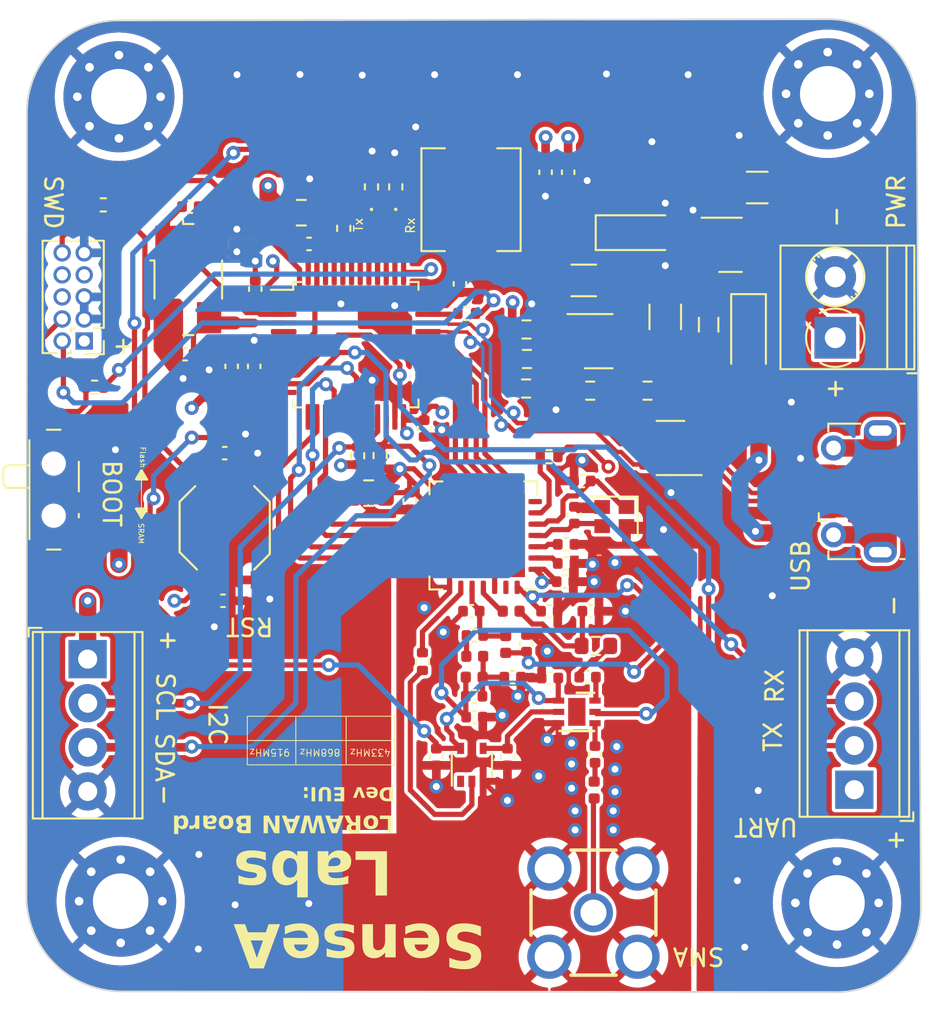
<source format=kicad_pcb>
(kicad_pcb (version 20221018) (generator pcbnew)
  (layers (0 "F.Cu" signal) (1 "In1.Cu" power) (2 "In2.Cu" power) (31 "B.Cu" signal) (34 "B.Paste" user) (35 "F.Paste" user) (36 "B.SilkS" user "B.Silkscreen") (37 "F.SilkS" user "F.Silkscreen") (38 "B.Mask" user) (39 "F.Mask" user) (44 "Edge.Cuts" user))
  (net 0 "")
  (net 1 "/NRST sx")
  (net 2 "GND")
  (net 3 "/NRST")
  (net 4 "/LSE_IN")
  (net 5 "/LSE_OUT")
  (net 6 "+3V3")
  (net 7 "/BUCK_IN")
  (net 8 "/BUCK_BST")
  (net 9 "/BUCK_SW")
  (net 10 "Net-(#FLG03-pwr)")
  (net 11 "+3.3VA")
  (net 12 "/XTB sx")
  (net 13 "/XTA sx")
  (net 14 "Net-(#FLG05-pwr)")
  (net 15 "Net-(#FLG06-pwr)")
  (net 16 "/RFO sx")
  (net 17 "Net-(C26-Pad2)")
  (net 18 "Net-(U6-RF2)")
  (net 19 "Net-(C28-Pad2)")
  (net 20 "Net-(C30-Pad1)")
  (net 21 "Net-(U6-RF1)")
  (net 22 "Net-(C31-Pad2)")
  (net 23 "/VR_PA sx")
  (net 24 "Net-(C35-Pad2)")
  (net 25 "Net-(D1-K)")
  (net 26 "/LED_Rx")
  (net 27 "Net-(D2-K)")
  (net 28 "/LED_Tx")
  (net 29 "Net-(D3-K)")
  (net 30 "+5V")
  (net 31 "+12V")
  (net 32 "Net-(Q1-D)")
  (net 36 "/USB_CONN_D-")
  (net 37 "/USB_CONN_D+")
  (net 39 "unconnected-(J3-Shield-Pad6)")
  (net 40 "/I2C2_SCL")
  (net 41 "/I2C2_SDA")
  (net 42 "/USART4_TX")
  (net 43 "/USART4_RX")
  (net 44 "Net-(J6-Pad1)")
  (net 45 "/RFI sx")
  (net 46 "Net-(SW2-B)")
  (net 47 "/BOOT0")
  (net 48 "/BUCK_EN")
  (net 49 "/SWDIO")
  (net 50 "/SWCLK")
  (net 51 "/BUCK_FB")
  (net 52 "Net-(R11-Pad2)")
  (net 53 "/~{RST} sx")
  (net 54 "/RXTX sx")
  (net 55 "Net-(R15-Pad2)")
  (net 56 "/DIO3 sx")
  (net 57 "/DIO2 sx")
  (net 58 "/DIO1 sx")
  (net 59 "/DIO0 sx")
  (net 60 "/NSS sx")
  (net 61 "/MOSI sx")
  (net 62 "/MISO sx")
  (net 63 "/SCK sx")
  (net 75 "/USB_D-")
  (net 76 "/USB_D+")
  (net 90 "/CTRL sx")
  (net 91 "/RFC sx")
  (footprint "Capacitor_SMD:C_0402_1005Metric" (layer "F.Cu") (at 101.7 142.4 -90)
    (fp_text reference "C23" hide)
    (fp_text value "100n" hide)
  )
  (footprint "Package_TO_SOT_SMD:SOT-353_SC-70-5" (layer "F.Cu") (at 103.75 142.85 90)
    (fp_text reference "U5" hide)
    (fp_text value "NC7SZ04" hide)
  )
  (footprint "Capacitor_SMD:C_0402_1005Metric" (layer "F.Cu") (at 103.0625 115.15 90)
    (fp_text reference "C11" hide)
    (fp_text value "100n" hide)
  )
  (footprint "Inductor_SMD:L_Sunlord_MWSA0518S" (layer "F.Cu") (at 103.7 110.3 90)
    (fp_text reference "L2" hide)
    (fp_text value "10u" hide)
  )
  (footprint "Capacitor_SMD:C_0402_1005Metric" (layer "F.Cu") (at 103.72 134 180)
    (fp_text reference "C24" hide)
    (fp_text value "1p5" hide)
  )
  (footprint "MountingHole:MountingHole_3.2mm_M3_Pad_Via" (layer "F.Cu") (at 83.502944 150.702944 90)
    (fp_text reference "H1" hide)
    (fp_text value "MountingHole_Pad" hide)
  )
  (footprint "Package_QFP:LQFP-48_7x7mm_P0.5mm" (layer "F.Cu") (at 97.0625 118.65)
    (fp_text reference "U1" hide)
    (fp_text value "STM32L072CBT6" hide)
  )
  (footprint "Resistor_SMD:R_0603_1608Metric" (layer "F.Cu") (at 110.9 136 180)
    (fp_text reference "R16" hide)
    (fp_text value "0R" hide)
  )
  (footprint "Collins_Custom_Libs:SW4-SMD-5.2X5.2X1.5MM" (layer "F.Cu") (at 89.5 129.2 90)
    (fp_text reference "SW1" hide)
    (fp_text value "SMD-BUTTON" hide)
  )
  (footprint "Capacitor_SMD:C_1206_3216Metric" (layer "F.Cu") (at 110.2 114.95)
    (fp_text reference "C10" hide)
    (fp_text value "10n" hide)
  )
  (footprint "Resistor_SMD:R_0603_1608Metric" (layer "F.Cu") (at 113.875 121.3 180)
    (fp_text reference "R4" hide)
    (fp_text value "100k" hide)
  )
  (footprint "Button_Switch_SMD:SW_SPDT_PCM12" (layer "F.Cu") (at 79.97 127 -90)
    (fp_text reference "SW2" hide)
    (fp_text value "SW_SPDT" hide)
  )
  (footprint "Inductor_SMD:L_0402_1005Metric" (layer "F.Cu") (at 103.915 136.6)
    (fp_text reference "L3" hide)
    (fp_text value "10n" hide)
  )
  (footprint "Collins_Custom_Libs:SMA CONNECTOR JACK" (layer "F.Cu") (at 110.76 151.36 90)
    (property "VALUE" "60311002114501")
    (fp_text reference "J6" hide)
    (fp_text value "SMA CONNECTOR JACK" hide)
  )
  (footprint "Capacitor_SMD:C_0402_1005Metric" (layer "F.Cu") (at 100.1625 127.65 -90)
    (fp_text reference "C19" hide)
    (fp_text value "100n" hide)
  )
  (footprint "Resistor_SMD:R_0402_1005Metric" (layer "F.Cu") (at 97.9625 109.56 90)
    (fp_text reference "R2" hide)
    (fp_text value "1k" hide)
  )
  (footprint "Capacitor_SMD:C_0402_1005Metric" (layer "F.Cu") (at 87.52 110.7)
    (fp_text reference "C3" hide)
    (fp_text value "10p" hide)
  )
  (footprint "Fuse:Fuse_1206_3216Metric" (layer "F.Cu") (at 120.2 109.6 180)
    (fp_text reference "F1" hide)
    (fp_text value "250mA" hide)
  )
  (footprint "Package_TO_SOT_SMD:SOT-23-6" (layer "F.Cu") (at 115.2 124.6 180)
    (fp_text reference "U3" hide)
    (fp_text value "USBLC6-2SC6" hide)
  )
  (footprint "TerminalBlock_Phoenix:TerminalBlock_Phoenix_MPT-0,5-4-2.54_1x04_P2.54mm_Horizontal" (layer "F.Cu") (at 125.8 144.28 90)
    (fp_text reference "J5" hide)
    (fp_text value "USART" hide)
  )
  (footprint "Resistor_SMD:R_0402_1005Metric" (layer "F.Cu") (at 98.4625 125.04 -90)
    (fp_text reference "R7" hide)
    (fp_text value "1k" hide)
  )
  (footprint "Collins_Custom_Libs:Crystal_SMD_2016-4Pin_2.0x1.6mm" (layer "F.Cu") (at 111.9625 128.75 180)
    (fp_text reference "Y2" hide)
    (fp_text value "32MHz" hide)
  )
  (footprint "Capacitor_SMD:C_0402_1005Metric" (layer "F.Cu") (at 110.85 142.25 -90)
    (fp_text reference "C31" hide)
    (fp_text value "47p" hide)
  )
  (footprint "Resistor_SMD:R_0402_1005Metric" (layer "F.Cu") (at 108.2 125.1 180)
    (fp_text reference "R14" hide)
    (fp_text value "100R" hide)
  )
  (footprint "Capacitor_SMD:C_0402_1005Metric" (layer "F.Cu") (at 94.3625 112.85)
    (fp_text reference "C8" hide)
    (fp_text value "100n" hide)
  )
  (footprint "Resistor_SMD:R_0402_1005Metric" (layer "F.Cu") (at 82.5 110.6 180)
    (fp_text reference "R10" hide)
    (fp_text value "22" hide)
  )
  (footprint "Capacitor_SMD:C_0402_1005Metric" (layer "F.Cu") (at 103.9 140.1 180)
    (fp_text reference "C27" hide)
    (fp_text value "1p2" hide)
  )
  (footprint "Package_TO_SOT_SMD:SOT-23" (layer "F.Cu") (at 118.6625 112.9)
    (fp_text reference "Q1" hide)
    (fp_text value "AO3401A" hide)
  )
  (footprint "Resistor_SMD:R_0402_1005Metric" (layer "F.Cu") (at 96.3625 111.95 -90)
    (fp_text reference "R3" hide)
    (fp_text value "10k" hide)
  )
  (footprint "Capacitor_SMD:C_0402_1005Metric" (layer "F.Cu") (at 89.9 119.9 90)
    (fp_text reference "C12" hide)
    (fp_text value "10n" hide)
  )
  (footprint "Capacitor_SMD:C_0402_1005Metric" (layer "F.Cu") (at 108.25 137.85 180)
    (fp_text reference "C32" hide)
    (fp_text value "1n" hide)
  )
  (footprint "Capacitor_SMD:C_1206_3216Metric" (layer "F.Cu") (at 114.9 117.05 90)
    (fp_text reference "C7" hide)
    (fp_text value "10u" hide)
  )
  (footprint "Inductor_SMD:L_0402_1005Metric" (layer "F.Cu") (at 89.4 121.7 180)
    (fp_text reference "L1" hide)
    (fp_text value "39n" hide)
  )
  (footprint "TerminalBlock_Phoenix:TerminalBlock_Phoenix_MPT-0,5-4-2.54_1x04_P2.54mm_Horizontal" (layer "F.Cu") (at 81.6 136.76 -90)
    (fp_text reference "J4" hide)
    (fp_text value "I2C" hide)
  )
  (footprint "Capacitor_SMD:C_0402_1005Metric" (layer "F.Cu") (at 91.2 119.9 90)
    (fp_text reference "C13" hide)
    (fp_text value "1u" hide)
  )
  (footprint "TerminalBlock_Phoenix:TerminalBlock_Phoenix_PT-1,5-2-3.5-H_1x02_P3.50mm_Horizontal" (layer "F.Cu") (at 124.7 118.25 90)
    (fp_text reference "J1" hide)
    (fp_text value "Screw_Terminal_01x02" hide)
  )
  (footprint "Package_TO_SOT_SMD:SOT-23-6" (layer "F.Cu") (at 111.0625 118.45)
    (fp_text reference "U2" hide)
    (fp_text value "MP2359" hide)
  )
  (footprint "Capacitor_SMD:C_0402_1005Metric" (layer "F.Cu") (at 109.1825 130.15 180)
    (fp_text reference "C22" hide)
    (fp_text value "100n" hide)
  )
  (footprint "Capacitor_SMD:C_0402_1005Metric" (layer "F.Cu") (at 106.1 137.8 180)
    (fp_text reference "C26" hide)
    (fp_text value "4p7" hide)
  )
  (footprint "Capacitor_SMD:C_0402_1005Metric" (layer "F.Cu") (at 110.42 137.8)
    (fp_text reference "C30" hide)
    (fp_text value "47p" hide)
  )
  (footprint "Capacitor_SMD:C_0402_1005Metric" (layer "F.Cu") (at 109.12 132.3)
    (fp_text reference "C18" hide)
    (fp_text value "100n" hide)
  )
  (footprint "LED_SMD:LED_0402_1005Metric" (layer "F.Cu") (at 97.9625 111.95 -90)
    (fp_text reference "D2" hide)
    (fp_text value "YELLOW" hide)
  )
  (footprint "Resistor_SMD:R_0603_1608Metric" (layer "F.Cu") (at 106.9 117.775)
    (fp_text reference "R13" hide)
    (fp_text value "47k" hide)
  )
  (footprint "Resistor_SMD:R_0402_1005Metric" (layer "F.Cu") (at 99.3625 109.56 90)
    (fp_text reference "R1" hide)
    (fp_text value "1k" hide)
  )
  (footprint "Capacitor_SMD:C_0402_1005Metric" (layer "F.Cu") (at 103.92 135.4 180)
    (fp_text reference "C28" hide)
    (fp_text value "33p" hide)
  )
  (footprint "MountingHole:MountingHole_3.2mm_M3_Pad_Via" (layer "F.Cu") (at 124.8 150.8 90)
    (fp_text reference "H2" hide)
    (fp_text value "MountingHole_Pad" hide)
  )
  (footprint "Package_DFN_QFN:DFN-6-1EP_2x2mm_P0.65mm_EP1x1.6mm" (layer "F.Cu") (at 109.8 139.8)
    (fp_text reference "U6" hide)
    (fp_text value "PE4259" hide)
  )
  (footprint "Diode_SMD:D_SOD-123" (layer "F.Cu") (at 113.25 112.2)
    (fp_text reference "D4" hide)
    (fp_text value "B5819W" hide)
  )
  (footprint "Capacitor_SMD:C_0402_1005Metric" (layer "F.Cu") (at 109.1825 131.25 180)
    (fp_text reference "C21" hide)
    (fp_text value "100n" hide)
  )
  (footprint "Package_DFN_QFN:QFN-28-1EP_6x6mm_P0.65mm_EP4.8x4.8mm" (layer "F.Cu") (at 104.4125 129.6375 180)
    (fp_text reference "U4" hide)
    (fp_text value "SX1272" hide)
  )
  (footprint "MountingHole:MountingHole_3.2mm_M3_Pad_Via" (layer "F.Cu") (at 83.402944 104.370711 90)
    (fp_text reference "H3" hide)
    (fp_text value "MountingHole_Pad" hide)
  )
  (footprint "LED_SMD:LED_0402_1005Metric" (layer "F.Cu") (at 99.3625 111.95 -90)
    (fp_text reference "D1" hide)
    (fp_text value "GREEN" hide)
  )
  (footprint "Capacitor_SMD:C_0402_1005Metric" (layer "F.Cu") (at 87.22 119.2 180)
    (fp_text reference "C4" hide)
    (fp_text value "10p" hide)
  )
  (footprint "Resistor_SMD:R_0603_1608Metric" (layer "F.Cu") (at 106.875 121.175)
    (fp_text reference "R12" hide)
    (fp_text value "270R" hide)
  )
  (footprint "Capacitor_SMD:C_0402_1005Metric" (layer "F.Cu") (at 110.6 134 180)
    (fp_text reference "C35" hide)
    (fp_text value "3p3" hide)
  )
  (footprint "Connector_PinHeader_1.27mm:PinHeader_2x05_P1.27mm_Vertical" (layer "F.Cu") (at 81.4 118.44 180)
    (fp_text reference "J2" hide)
    (fp_text value "SWD" hide)
  )
  (footprint "Capacitor_SMD:C_0402_1005Metric" (layer "F.Cu") (at 108 108.72 -90)
    (fp_text reference "C14" hide)
    (fp_text value "10u" hide)
  )
  (footprint "Capacitor_SMD:C_0805_2012Metric" (layer "F.Cu") (at 97.8 127.2 180)
    (fp_text reference "C16" hide)
    (fp_text value "22u" hide)
  )
  (footprint "Capacitor_SMD:C_0402_1005Metric" (layer "F.Cu") (at 89.5 124.9)
    (fp_text reference "C2" hide)
    (fp_text value "100n" hide)
  )
  (footprint "Capacitor_SMD:C_0402_1005Metric" (layer "F.Cu") (at 109.6625 128.47 90)
    (fp_text reference "C20" hide)
    (fp_text value "15p" hide)
  )
  (footprint "Crystal:Crystal_SMD_0603-4Pin_6.0x3.5mm" (layer "F.Cu") (at 87.4 114.9 -90)
    (fp_text reference "Y1" hide)
    (fp_text value "32.768kHz" hide)
  )
  (footprint "Resistor_SMD:R_0402_1005Metric" (layer "F.Cu") (at 97.1625 125.05 -90)
    (fp_text reference "R6" hide)
    (fp_text value "1k" hide)
  )
  (footprint "Capacitor_SMD:C_0402_1005Metric" (layer "F.Cu") (at 106.9 135.85 -90)
    (fp_text reference "C34" hide)
    (fp_text value "10n" hide)
  )
  (footprint "Inductor_SMD:L_0805_2012Metric" (layer "F.Cu") (at 117.4 117.5 -90)
    (fp_text reference "FB1" hide)
    (fp_text value "600@600MHz" hide)
  )
  (footprint "Inductor_SMD:L_0402_1005Metric" (layer "F.Cu") (at 106.015 134)
    (fp_text reference "L6" hide)
    (fp_text value "10n" hide)
  )
  (footprint "Resistor_SMD:R_0603_1608Metric" (layer "F.Cu") (at 106.925 119.475 180)
    (fp_text reference "R11" hide)
    (fp_text value "15k" hide)
  )
  (footprint "Capacitor_SMD:C_0402_1005Metric" (layer "F.Cu") (at 91.2625 115.45 90)
    (fp_text reference "C6" hide)
    (fp_text value "100n" hide)
  )
  (footprint "Resistor_SMD:R_0402_1005Metric" (layer "F.Cu") (at 100.9 136.9 -90)
    (fp_text reference "R15" hide)
    (fp_text value "100R" hide)
  )
  (footprint "Capacitor_SMD:C_0402_1005Metric" (layer "F.Cu") (at 89.4 133.4)
    (fp_text reference "C1" hide)
    (fp_text value "100n" hide)
  )
  (footprint "Inductor_SMD:L_0402_1005Metric" (layer "F.Cu") (at 110.8 144.3 -90)
    (fp_text reference "L7" hide)
    (fp_text value "0R" hide)
  )
  (footprint "Capacitor_SMD:C_0402_1005Metric" (layer "F.Cu") (at 108.22 134 180)
    (fp_text reference "C33" hide)
    (fp_text value "47p" hide)
  )
  (footprint "Capacitor_SMD:C_0402_1005Metric" (layer "F.Cu") (at 110.12 126.5 180)
    (fp_text reference "C17" hide)
    (fp_text value "15p" hide)
  )
  (footprint "Resistor_SMD:R_0603_1608Metric" (layer "F.Cu") (at 110.575 121.3)
    (fp_text reference "R5" hide)
    (fp_text value "68k" hide)
  )
  (footprint "Resistor_SMD:R_0402_1005Metric" (layer "F.Cu") (at 103.4525 116.85)
    (fp_text reference "R8" hide)
    (fp_text value "22" hide)
  )
  (footprint "Capacitor_SMD:C_0402_1005Metric" (layer "F.Cu") (at 101 123.48 -90)
    (fp_text reference "C9" hide)
    (fp_text value "100n" hide)
  )
  (footprint "Collins_Custom_Libs:USB_B_Micro" (layer "F.Cu") (at 127.3 127.78 90)
    (fp_text reference "J3" hide)
    (fp_text value "USB_B_Micro" hide)
  )
  (footprint "Inductor_SMD:L_0402_1005Metric" (layer "F.Cu") (at 105.7 135.915 90)
    (fp_text reference "L5" hide)
    (fp_text value "33n" hide)
  )
  (footprint "MountingHole:MountingHole_3.2mm_M3_Pad_Via" (layer "F.Cu") (at 124.264823 104.202944 90)
    (fp_text reference "H4" hide)
    (fp_text value "MountingHole_Pad" hide)
  )
  (footprint "Resistor_SMD:R_0402_1005Metric" (layer "F.Cu") (at 82 121.1 180)
    (fp_text reference "R9" hide)
    (fp_text value "22" hide)
  )
  (footprint "Inductor_SMD:L_0402_1005Metric" (layer "F.Cu") (at 103.885 137.8 180)
    (fp_text reference "L4" hide)
    (fp_text value "6n2" hide)
  )
  (footprint "Diode_SMD:D_SOD-123" (layer "F.Cu") (at 119.7 118.1 -90)
    (fp_text reference "D3" hide)
    (fp_text value "B5819W" hide)
  )
  (footprint "Capacitor_SMD:C_0402_1005Metric" (layer "F.Cu") (at 103.88 138.9 180)
    (fp_text reference "C29" hide)
    (fp_text value "1p2" hide)
  )
  (footprint "Capacitor_SMD:C_0805_2012Metric" (layer "F.Cu") (at 93.9125 111.05)
    (fp_text reference "C5" hide)
    (fp_text value "10u" hide)
  )
  (footprint "Capacitor_SMD:C_0402_1005Metric" (layer "F.Cu") (at 109.3 108.72 -90)
    (fp_text reference "C15" hide)
    (fp_text value "10u" hide)
  )
  (footprint "Capacitor_SMD:C_0402_1005Metric" (layer "F.Cu") (at 105.8 142.4 90)
    (fp_text reference "C25" hide)
    (fp_text value "1n" hide)
  )
  (gr_rect (start 90.8 140.05) (end 99.3 142.85) (stroke (width 0.05)) (fill none) (layer "F.SilkS"))
  (gr_line (start 84.7 125.9) (end 84.7 128.6) (stroke (width 0.05)) (layer "F.SilkS"))
  (gr_poly (pts (xy 84.7 125.9) (xy 85 126.4) (xy 84.4 126.4)) (stroke (width 0.15)) (fill solid) (layer "F.SilkS"))
  (gr_line (start 96.5 140.1) (end 96.5 142.8) (stroke (width 0.05)) (layer "F.SilkS"))
  (gr_poly (pts (xy 84.7 128.6) (xy 84.4 128.1) (xy 85 128.1)) (stroke (width 0.15)) (fill solid) (layer "F.SilkS"))
  (gr_line (start 90.8 141.45) (end 99.3 141.45) (stroke (width 0.05)) (layer "F.SilkS"))
  (gr_line (start 93.6 140.1) (end 93.6 142.8) (stroke (width 0.05)) (layer "F.SilkS"))
  (gr_line (start 129.4 105.006245) (end 129.635176 151.135177) (stroke (width 0.1)) (layer "Edge.Cuts"))
  (gr_line (start 78.075872 150.160651) (end 78.100001 105.276782) (stroke (width 0.1)) (layer "Edge.Cuts"))
  (gr_arc (start 129.635176 151.135177) (mid 128.184008 154.553788) (end 124.736494 155.934887) (stroke (width 0.1)) (layer "Edge.Cuts"))
  (gr_arc (start 124.3 99.906245) (mid 127.906245 101.4) (end 129.4 105.006245) (stroke (width 0.1)) (layer "Edge.Cuts"))
  (gr_arc (start 78.100001 105.276782) (mid 79.68168 101.5) (end 83.482675 99.977428) (stroke (width 0.1)) (layer "Edge.Cuts"))
  (gr_arc (start 83.570899 155.894482) (mid 79.6 154.2) (end 78.075872 150.160651) (stroke (width 0.1)) (layer "Edge.Cuts"))
  (gr_line (start 83.482675 99.977428) (end 124.3 99.906245) (stroke (width 0.1)) (layer "Edge.Cuts"))
  (gr_line (start 124.736494 155.934887) (end 83.570899 155.894482) (stroke (width 0.1)) (layer "Edge.Cuts"))
  (gr_text "Rx" (at 100.5 112.3 90) (layer "F.SilkS") (effects (font (size 0.5 0.5) (thickness 0.08)) (justify left bottom)))
  (gr_text "LoRAWAN Board" (at 99.3 145.6 180) (layer "F.SilkS") (effects (font (size 1 1) (thickness 0.2) bold) (justify left bottom)))
  (gr_text "RX" (at 121.8 139.4 90) (layer "F.SilkS") (effects (font (size 1 1)) (justify left bottom)))
  (gr_text "SCL" (at 85.49 137.44 -90) (layer "F.SilkS") (effects (font (size 1 1)) (justify left bottom)))
  (gr_text "BOOT" (at 82.4 125.2 -90) (layer "F.SilkS") (effects (font (size 1 1)) (justify left bottom)))
  (gr_text "Dev EUI: " (at 99.3 144 180) (layer "F.SilkS") (effects (font (size 0.8 0.8) (thickness 0.2) bold) (justify left bottom)))
  (gr_text "TX" (at 121.7 142.2 90) (layer "F.SilkS") (effects (font (size 1 1)) (justify left bottom)))
  (gr_text "RST" (at 92.4 134.3 180) (layer "F.SilkS") (effects (font (size 1 1)) (justify left bottom)))
  (gr_text "I2C" (at 88.5 139.2 -90) (layer "F.SilkS") (effects (font (size 1 1)) (justify left bottom)))
  (gr_text "+" (at 124 121.7) (layer "F.SilkS") (effects (font (size 1 1)) (justify left bottom)))
  (gr_text "Flash" (at 84.6 124.5 270) (layer "F.SilkS") (effects (font (size 0.3 0.3) (thickness 0.05)) (justify left bottom)))
  (gr_text "-" (at 86.5 145.3 90) (layer "F.SilkS") (effects (font (size 1 1)) (justify left bottom)))
  (gr_text "915MHz" (at 93.3 141.9 180) (layer "F.SilkS") (effects (font (size 0.4 0.4) (thickness 0.05)) (justify left bottom)))
  (gr_text "433MHz" (at 99.1 141.9 180) (layer "F.SilkS") (effects (font (size 0.4 0.4) (thickness 0.05)) (justify left bottom)))
  (gr_text "SenseA\nLabs" (at 90 147.4 180) (layer "F.SilkS") (effects (font (size 2.5 2.5) (thickness 0.2) bold) (justify right bottom)))
  (gr_text "SDA" (at 85.44 140.92 -90) (layer "F.SilkS") (effects (font (size 1 1)) (justify left bottom)))
  (gr_text "Tx" (at 97.5 112.2 90) (layer "F.SilkS") (effects (font (size 0.5 0.5) (thickness 0.08)) (justify left bottom)))
  (gr_text "+" (at 82.94 119.27) (layer "F.SilkS") (effects (font (size 1 1)) (justify left bottom)))
  (gr_text "SMA" (at 118.4 153.3 180) (layer "F.SilkS") (effects (font (size 1 1)) (justify left bottom)))
  (gr_text "PWR" (at 128.8 112.1 90) (layer "F.SilkS") (effects (font (size 1 1)) (justify left bottom)))
  (gr_text "868MHz" (at 96.2 141.9 180) (layer "F.SilkS") (effects (font (size 0.4 0.4) (thickness 0.05)) (justify left bottom)))
  (gr_text "+" (at 127.5 147.7) (layer "F.SilkS") (effects (font (size 1 1)) (justify left bottom)))
  (gr_text "SWD" (at 79.03 108.81 -90) (layer "F.SilkS") (effects (font (size 1 1)) (justify left bottom)))
  (gr_text "USB" (at 123.3 133 90) (layer "F.SilkS") (effects (font (size 1 1)) (justify left bottom)))
  (gr_text "-" (at 125.3 112 90) (layer "F.SilkS") (effects (font (size 1 1)) (justify left bottom)))
  (gr_text "+" (at 85.5 136.2) (layer "F.SilkS") (effects (font (size 1 1)) (justify left bottom)))
  (gr_text "-" (at 128.6 134.4 90) (layer "F.SilkS") (effects (font (size 1 1)) (justify left bottom)))
  (gr_text "SRAM" (at 84.5 128.9 270) (layer "F.SilkS") (effects (font (size 0.3 0.3) (thickness 0.05)) (justify left bottom)))
  (gr_text "UART" (at 122.64 145.84 180) (layer "F.SilkS") (effects (font (size 1 1)) (justify left bottom)))
  (segment (start 86.6 133.4) (end 87.2 133.4) (width 0.3) (layer "F.Cu") (net 1))
  (segment (start 88.92 133.4) (end 88.1 133.4) (width 0.3) (layer "F.Cu") (net 1))
  (segment (start 110.490046 124.55) (end 111.620023 125.679977) (width 0.3) (layer "F.Cu") (net 1))
  (segment (start 108.71 125.1) (end 109.26 124.55) (width 0.3) (layer "F.Cu") (net 1))
  (segment (start 87.2 133.4) (end 87.65 132.95) (width 0.3) (layer "F.Cu") (net 1))
  (segment (start 109.26 124.55) (end 110.490046 124.55) (width 0.3) (layer "F.Cu") (net 1))
  (segment (start 88.1 133.4) (end 87.65 132.95) (width 0.3) (layer "F.Cu") (net 1))
  (segment (start 87.65 132.95) (end 87.65 132.2) (width 0.3) (layer "F.Cu") (net 1))
  (via (at 86.6 133.4) (size 0.8) (drill 0.4) (layers "F.Cu" "B.Cu") (net 1))
  (via micro (at 111.620023 125.679977) (size 0.8) (drill 0.4) (layers "F.Cu" "In1.Cu") (net 1))
  (segment (start 110.7 130.5) (end 111.3 130.5) (width 0.5) (layer "F.Cu") (net 2))
  (segment (start 94.8125 114.4875) (end 94.8125 112.88) (width 0.3) (layer "F.Cu") (net 2))
  (segment (start 88.6 112.7) (end 88.6 111.3) (width 0.3) (layer "F.Cu") (net 2))
  (segment (start 99.3125 121.973959) (end 98.038541 120.7) (width 0.3) (layer "F.Cu") (net 2))
  (segment (start 106.58 137.8) (end 106.58 138.72) (width 0.3) (layer "F.Cu") (net 2))
  (segment (start 105.0625 130.2875) (end 104.4125 129.6375) (width 0.3) (layer "F.Cu") (net 2))
  (segment (start 111.08 134) (end 112 134) (width 0.5) (layer "F.Cu") (net 2))
  (segment (start 101.16207 133.63793) (end 101 133.8) (width 0.3) (layer "F.Cu") (net 2))
  (segment (start 107.72 137.8) (end 107.77 137.85) (width 0.3) (layer "F.Cu") (net 2))
  (segment (start 86.74 117.64) (end 86.2 117.1) (width 0.3) (layer "F.Cu") (net 2))
  (segment (start 117.65 111.95) (end 117.6 111.9) (width 0.3) (layer "F.Cu") (net 2))
  (segment (start 89.28 119.42) (end 88.6 120.1) (width 0.3) (layer "F.Cu") (net 2))
  (segment (start 116.5 111.5) (end 116.5 110.9) (width 0.3) (layer "F.Cu") (net 2))
  (segment (start 107.77 137.85) (end 107.77 136.63) (width 0.3) (layer "F.Cu") (net 2))
  (segment (start 115.776472 124.6) (end 115.2 125.176472) (width 0.5) (layer "F.Cu") (net 2))
  (segment (start 99.3625 107.6625) (end 99.3 107.6) (width 0.3) (layer "F.Cu") (net 2))
  (segment (start 89.3 112) (end 90.2 112) (width 0.3) (layer "F.Cu") (net 2))
  (segment (start 108 110.09) (end 107.99 110.1) (width 0.3) (layer "F.Cu") (net 2))
  (segment (start 109.505393 118.45) (end 108.475 117.419607) (width 0.3) (layer "F.Cu") (net 2))
  (segment (start 104.38 140.1) (end 105.4 140.1) (width 0.3) (layer "F.Cu") (net 2))
  (segment (start 89.88 133.4) (end 89.88 133.92) (width 0.3) (layer "F.Cu") (net 2))
  (segment (start 117.725 111.95) (end 117.65 111.95) (width 0.3) (layer "F.Cu") (net 2))
  (segment (start 112.6625 129.3) (end 114.8 129.3) (width 0.5) (layer "F.Cu") (net 2))
  (segment (start 112 134) (end 112.6 134) (width 0.5) (layer "F.Cu") (net 2))
  (segment (start 91.35 132.2) (end 91.35 132.55) (width 0.3) (layer "F.Cu") (net 2))
  (segment (start 101.7 142.88) (end 101.7 144.1) (width 0.3) (layer "F.Cu") (net 2))
  (segment (start 89.9 119.42) (end 89.28 119.42) (width 0.3) (layer "F.Cu") (net 2))
  (segment (start 97.9625 109.05) (end 97.9625 107.5375) (width 0.3) (layer "F.Cu") (net 2))
  (segment (start 101.225 116.4) (end 99.3 116.4) (width 0.3) (layer "F.Cu") (net 2))
  (segment (start 109.6 132.3) (end 110.8 132.3) (width 0.5) (layer "F.Cu") (net 2))
  (segment (start 105.8 142.88) (end 106.98 142.88) (width 0.3) (layer "F.Cu") (net 2))
  (segment (start 117.6 111.9) (end 116.9 111.9) (width 0.3) (layer "F.Cu") (net 2))
  (segment (start 109.75 121.3) (end 109.7 121.3) (width 0.3) (layer "F.Cu") (net 2))
  (segment (start 109.7 121.3) (end 108.6 122.4) (width 0.3) (layer "F.Cu") (net 2))
  (segment (start 114.9 112.2) (end 114.9 110.5) (width 0.75) (layer "F.Cu") (net 2))
  (segment (start 86.74 119.2) (end 86.74 120.24) (width 0.3) (layer "F.Cu") (net 2))
  (segment (start 102.4625 132.913359) (end 101.737929 133.63793) (width 0.3) (layer "F.Cu") (net 2))
  (segment (start 88.6 112.7) (end 88.6 113.3) (width 0.3) (layer "F.Cu") (net 2))
  (segment (start 109.6625 131.25) (end 110.65 131.25) (width 0.5) (layer "F.Cu") (net 2))
  (segment (start 107.502817 116.3) (end 107.2 116.3) (width 0.3) (layer "F.Cu") (net 2))
  (segment (start 107.7 121.5) (end 108.6 122.4) (width 0.3) (layer "F.Cu") (net 2))
  (segment (start 81.4 124.75) (end 83.15 124.75) (width 0.3) (layer "F.Cu") (net 2))
  (segment (start 110.35 130.15) (end 110.7 130.5) (width 0.5) (layer "F.Cu") (net 2))
  (segment (start 94.8625 109.5625) (end 94.4 109.1) (width 0.5) (layer "F.Cu") (net 2))
  (segment (start 103.24 134) (end 103.24 134.06) (width 0.3) (layer "F.Cu") (net 2))
  (segment (start 102.4625 132.625) (end 102.4625 132.913359) (width 0.3) (layer "F.Cu") (net 2))
  (segment (start 108.475 117.419607) (end 108.475 117.272183) (width 0.3) (layer "F.Cu") (net 2))
  (segment (start 98.038541 120.7) (end 98 120.7) (width 0.3) (layer "F.Cu") (net 2))
  (segment (start 107.17 135.37) (end 108.1 136.3) (width 0.3) (layer "F.Cu") (net 2))
  (segment (start 102.012581 123.552627) (end 101.605208 123.96) (width 0.3) (layer "F.Cu") (net 2))
  (segment (start 115.2 125.176472) (end 115.2 127.2) (width 0.5) (layer "F.Cu") (net 2))
  (segment (start 104.4 143.8) (end 105.5 144.9) (width 0.3) (layer "F.Cu") (net 2))
  (segment (start 110.65 131.25) (end 110.7 131.3) (width 0.5) (layer "F.Cu") (net 2))
  (segment (start 94.8125 115.326041) (end 95.786459 116.3) (width 0.3) (layer "F.Cu") (net 2))
  (segment (start 94.8125 114.4875) (end 94.8125 115.326041) (width 0.3) (layer "F.Cu") (net 2))
  (segment (start 86.74 119.2) (end 86.74 117.64) (width 0.3) (layer "F.Cu") (net 2))
  (segment (start 109.6625 130.15) (end 110.35 130.15) (width 0.5) (layer "F.Cu") (net 2))
  (segment (start 107.7 121.175) (end 107.7 121.5) (width 0.3) (layer "F.Cu") (net 2))
  (segment (start 114.9 115.575) (end 114.9 114.1) (width 1) (layer "F.Cu") (net 2))
  (segment (start 97.9625 107.5375) (end 98 107.5) (width 0.3) (layer "F.Cu") (net 2))
  (segment (start 102.2925 116.4) (end 103.0625 115.63) (width 0.3) (layer "F.Cu") (net 2))
  (segment (start 94.8625 111.05) (end 94.8625 109.5625) (width 0.5) (layer "F.Cu") (net 2))
  (segment (start 91.2625 114.97) (end 91.2625 113.8375) (width 0.3) (layer "F.Cu") (net 2))
  (segment (start 115.2 127.2) (end 115.229977 127.170023) (width 0.5) (layer "F.Cu") (net 2))
  (segment (start 116.9 111.9) (end 116.5 111.5) (width 0.3) (layer "F.Cu") (net 2))
  (segment (start 88.6 111.3) (end 88 110.7) (width 0.3) (layer "F.Cu") (net 2))
  (segment (start 102.4625 131.5875) (end 104.4125 129.6375) (width 0.3) (layer "F.Cu") (net 2))
  (segment (start 88.6 113.3) (end 90.2 113.3) (width 0.3) (layer "F.Cu") (net 2))
  (segment (start 91.22 119.4) (end 91.2 119.42) (width 0.3) (layer "F.Cu") (net 2))
  (segment (start 109.925 118.45) (end 109.505393 118.45) (width 0.3) (layer "F.Cu") (net 2))
  (segment (start 109.64 126.5) (end 109.64 125.76) (width 0.3) (layer "F.Cu") (net 2))
  (segment (start 91.3 113.8) (end 91.2625 113.8375) (width 0.3) (layer "F.Cu") (net 2))
  (segment (start 108 109.2) (end 108 110.09) (width 0.3) (layer "F.Cu") (net 2))
  (segment (start 103.1125 128.3375) (end 104.4125 129.6375) (width 0.3) (layer "F.Cu") (net 2))
  (segment (start 105.0625 132.625) (end 105.0625 130.2875) (width 0.3) (layer "F.Cu") (net 2))
  (segment (start 109.64 125.76) (end 110.1 125.3) (width 0.3) (layer "F.Cu") (net 2))
  (segment (start 88.6 112.7) (end 89.3 112) (width 0.3) (layer "F.Cu") (net 2))
  (segment (start 100.1625 128.13) (end 100.0175 128.275) (width 0.3) (layer "F.Cu") (net 2))
  (segment (start 97.925 128.275) (end 96.85 127.2) (width 0.3) (layer "F.Cu") (net 2))
  (segment (start 91.35 124.95) (end 91.4 124.9) (width 0.3) (layer "F.Cu") (net 2))
  (segment (start 105.5 144.9) (end 105.8 144.9) (width 0.3) (layer "F.Cu") (net 2))
  (segment (start 108.1 141.1) (end 108.1 141.4) (width 0.3) (layer "F.Cu") (net 2))
  (segment (start 95.786459 116.3) (end 96.2 116.3) (width 0.3) (layer "F.Cu") (net 2))
  (segment (start 111.3 130.5) (end 112 131.2) (width 0.5) (layer "F.Cu") (net 2))
  (segment (start 116.3375 124.6) (end 115.776472 124.6) (width 0.5) (layer "F.Cu") (net 2))
  (segment (start 110.7 130.5) (end 110.7 131.3) (width 0.5) (layer "F.Cu") (net 2))
  (segment (start 99.3125 122.8125) (end 99.3125 121.973959) (width 0.3) (layer "F.Cu") (net 2))
  (segment (start 83.15 124.75) (end 83.2 124.7) (width 0.3) (layer "F.Cu") (net 2))
  (segment (start 91.35 126.2) (end 91.35 124.95) (width 0.3) (layer "F.Cu") (net 2))
  (segment (start 105.4 140.1) (end 105.5 140) (width 0.3) (layer "F.Cu") (net 2))
  (segment (start 101.605208 123.96) (end 101 123.96) (width 0.3) (layer "F.Cu") (net 2))
  (segment (start 101.737929 133.63793) (end 101.16207 133.63793) (width 0.3) (layer "F.Cu") (net 2))
  (segment (start 114.9 115.575) (end 114.9 115.5) (width 0.3) (layer "F.Cu") (net 2))
  (segment (start 100.0175 128.275) (end 97.925 128.275) (width 0.3) (layer "F.Cu") (net 2))
  (segment (start 94.8425 112.85) (end 94.8425 111.07) (width 0.3) (layer "F.Cu") (net 2))
  (segment (start 106.58 138.72) (end 106.4 138.9) (width 0.3) (layer "F.Cu") (net 2))
  (segment (start 89.98 124.9) (end 89.98 124.52) (width 0.3) (layer "F.Cu") (net 2))
  (segment (start 100.37 128.3375) (end 100.1625 128.13) (width 0.3) (layer "F.Cu") (net 2))
  (segment (start 102.4625 132.625) (end 102.4625 131.5875) (width 0.3) (layer "F.Cu") (net 2))
  (segment (start 106.9 135.37) (end 107.17 135.37) (width 0.3) (layer "F.Cu") (net 2))
  (segment (start 110.4 109.2) (end 109.3 109.2) (width 0.3) (layer "F.Cu") (net 2))
  (segment (start 101.425 128.3375) (end 100.37 128.3375) (width 0.3) (layer "F.Cu") (net 2))
  (segment (start 123.3 125.8) (end 122.7 125.2) (width 0.5) (layer "F.Cu") (net 2))
  (segment (start 86.74 120.24) (end 87.1 120.6) (width 0.3) (layer "F.Cu") (net 2))
  (segment (start 94.8125 112.88) (end 94.8425 112.85) (width 0.3) (layer "F.Cu") (net 2))
  (segment (start 103.24 134.06) (end 102.1 135.2) (width 0.3) (layer "F.Cu") (net 2))
  (segment (start 101.225 116.4) (end 102.2925 116.4) (width 0.3) (layer "F.Cu") (net 2))
  (segment (start 94.8425 111.07) (end 94.8625 111.05) (width 0.3) (layer "F.Cu") (net 2))
  (segment (start 91.35 132.55) (end 92.1 133.3) (width 0.3) (layer "F.Cu") (net 2))
  (segment (start 108.7 134) (end 109.6 133.1) (width 0.5) (layer "F.Cu") (net 2))
  (segment (start 101.425 128.3375) (end 103.1125 128.3375) (width 0.3) (layer "F.Cu") (net 2))
  (segment (start 108.75 140.45) (end 108.1 141.1) (width 0.3) (layer "F.Cu") (net 2))
  (segment (start 109.8725 128.2) (end 109.6625 127.99) (width 0.3) (layer "F.Cu") (net 2))
  (segment (start 111.2625 128.2) (end 109.8725 128.2) (width 0.3) (layer "F.Cu") (net 2))
  (segment (start 114.9 115.5) (end 115.1 115.3) (width 0.3) (layer "F.Cu") (net 2))
  (segment (start 106.58 137.8) (end 107.72 137.8) (width 0.3) (layer "F.Cu") (net 2))
  (segment (start 109.6 133.1) (end 109.6 132.3) (width 0.5) (layer "F.Cu") (net 2))
  (segment (start 92.9 119.4) (end 91.22 119.4) (width 0.3) (layer "F.Cu") (net 2))
  (segment (start 106.98 142.88) (end 107.6 143.5) (width 0.3) (layer "F.Cu") (net 2))
  (segment (start 108.475 117.272183) (end 107.502817 116.3) (width 0.3) (layer "F.Cu") (net 2))
  (segment (start 91.2 119.42) (end 91.2 118.4) (width 0.3) (layer "F.Cu") (net 2))
  (segment (start 124.6 125.8) (end 123.3 125.8) (width 0.5) (layer "F.Cu") (net 2))
  (segment (start 107.77 136.63) (end 108.1 136.3) (width 0.3) (layer "F.Cu") (net 2))
  (segment (start 89.88 133.92) (end 88.9 134.9) (width 0.3) (layer "F.Cu") (net 2))
  (segment (start 99.3625 109.05) (end 99.3625 107.6625) (width 0.3) (layer "F.Cu") (net 2))
  (segment (start 89.98 124.52) (end 90.7 123.8) (width 0.3) (layer "F.Cu") (net 2))
  (via (at 111.9 145.5) (size 0.8) (drill 0.4) (layers "F.Cu" "B.Cu") (net 2))
  (via (at 105.5 140) (size 0.8) (drill 0.4) (layers "F.Cu" "B.Cu") (net 2))
  (via (at 111.9 146.6) (size 0.8) (drill 0.4) (layers "F.Cu" "B.Cu") (net 2))
  (via (at 109.5 142.8) (size 0.8) (drill 0.4) (layers "F.Cu" "B.Cu") (net 2))
  (via (at 112.6 134) (size 0.8) (drill 0.4) (layers "F.Cu" "B.Cu") (net 2))
  (via (at 106.4 138.9) (size 0.8) (drill 0.4) (layers "F.Cu" "B.Cu") (net 2))
  (via (at 115.229977 127.170023) (size 0.8) (drill 0.4) (layers "F.Cu" "B.Cu") (net 2))
  (via (at 116.22 103.1) (size 0.8) (drill 0.4) (layers "F.Cu" "B.Cu") (net 2))
  (via (at 121.07 133.11) (size 0.8) (drill 0.4) (layers "F.Cu" "B.Cu") (net 2))
  (via (at 108.1 141.4) (size 0.8) (drill 0.4) (layers "F.Cu" "B.Cu") (net 2))
  (via (at 109.5 141.6) (size 0.8) (drill 0.4) (layers "F.Cu" "B.Cu") (net 2))
  (via (at 114.9 110.5) (size 0.8) (drill 0.4) (layers "F.Cu" "B.Cu") (net 2))
  (via (at 110.8 132.3) (size 0.8) (drill 0.4) (layers "F.Cu" "B.Cu") (net 2))
  (via (at 112 144.4) (size 0.8) (drill 0.4) (layers "F.Cu" "B.Cu") (net 2))
  (via (at 99.3 107.6) (size 0.8) (drill 0.4) (layers "F.Cu" "B.Cu") (net 2))
  (via (at 90.2 112) (size 0.8) (drill 0.4) (layers "F.Cu" "B.Cu") (net 2))
  (via (at 98 120.7) (size 0.8) (drill 0.4) (layers "F.Cu" "B.Cu") (net 2))
  (via (at 90.1 150.91) (size 0.8) (drill 0.4) (layers "F.Cu" "B.Cu") (net 2))
  (via (at 92.1 133.3) (size 0.8) (drill 0.4) (layers "F.Cu" "B.Cu") (net 2))
  (via (at 110.4 109.2) (size 0.8) (drill 0.4) (layers "F.Cu" "B.Cu") (net 2))
  (via (at 90.21 103.1) (size 0.8) (drill 0.4) (layers "F.Cu" "B.Cu") (net 2))
  (via (at 112 131.2) (size 0.8) (drill 0.4) (layers "F.Cu" "B.Cu") (net 2))
  (via (at 96.2 116.3) (size 0.8) (drill 0.4) (layers "F.Cu" "B.Cu") (net 2))
  (via (at 98 107.5) (size 0.8) (drill 0.4) (layers "F.Cu" "B.Cu") (net 2))
  (via (at 93.84 103.09) (size 0.8) (drill 0.4) (layers "F.Cu" "B.Cu") (net 2))
  (via (at 108.1 136.3) (size 0.8) (drill 0.4) (layers "F.Cu" "B.Cu") (net 2))
  (via (at 114.9 114.1) (size 0.8) (drill 0.4) (layers "F.Cu" "B.Cu") (net 2))
  (via (at 116.5 110.9) (size 0.8) (drill 0.4) (layers "F.Cu" "B.Cu") (net 2))
  (via (at 111.51 103.06) (size 0.8) (drill 0.4) (layers "F.Cu" "B.Cu") (net 2))
  (via (at 112.1 141.8) (size 0.8) (drill 0.4) (layers "F.Cu" "B.Cu") (net 2))
  (via (at 97.43 103.13) (size 0.8) (drill 0.4) (layers "F.Cu" "B.Cu") (net 2))
  (via (at 102.012581 123.552627) (size 0.8) (drill 0.4) (layers "F.Cu" "B.Cu") (net 2))
  (via (at 101.6 103.1) (size 0.8) (drill 0.4) (layers "F.Cu" "B.Cu") (net 2))
  (via (at 90.2 113.3) (size 0.8) (drill 0.4) (layers "F.Cu" "B.Cu") (net 2))
  (via (at 110.7 131.3) (size 0.8) (drill 0.4) (layers "F.Cu" "B.Cu") (net 2))
  (via (at 110.1 125.3) (size 0.8) (drill 0.4) (layers "F.Cu" "B.Cu") (net 2))
  (via (at 94.4 109.1) (size 0.8) (drill 0.4) (layers "F.Cu" "B.Cu") (net 2))
  (via (at 83.2 124.7) (size 0.8) (drill 0.4) (layers "F.Cu" "B.Cu") (net 2))
  (via (at 88.6 120.1) (size 0.8) (drill 0.4) (layers "F.Cu" "B.Cu") (net 2))
  (via (at 105.8 144.9) (size 0.8) (drill 0.4) (layers "F.Cu" "B.Cu") (net 2))
  (via (at 90.7 123.8) (size 0.8) (drill 0.4) (layers "F.Cu" "B.Cu") (net 2))
  (via (at 87.98 153.46) (size 0.8) (drill 0.4) (layers "F.Cu" "B.Cu") (net 2))
  (via (at 91.4 124.9) (size 0.8) (drill 0.4) (layers "F.Cu" "B.Cu") (net 2))
  (via (at 119.16 106.6) (size 0.8) (drill 0.4) (layers "F.Cu" "B.Cu") (net 2))
  (via (at 87.1 120.6) (size 0.8) (drill 0.4) (layers "F.Cu" "B.Cu") (net 2))
  (via (at 107.2 116.3) (size 0.8) (drill 0.4) (layers "F.Cu" "B.Cu") (net 2))
  (via (at 109.7 146.6) (size 0.8) (drill 0.4) (layers "F.Cu" "B.Cu") (net 2))
  (via (at 102.1 135.2) (size 0.8) (drill 0.4) (layers "F.Cu" "B.Cu") (net 2))
  (via (at 94.35 150.84) (size 0.8) (drill 0.4) (layers "F.Cu" "B.Cu") (net 2))
  (via (at 119.48 153.35) (size 0.8) (drill 0.4) (layers "F.Cu" "B.Cu") (net 2))
  (via (at 88.01 148.01) (size 0.8) (drill 0.4) (layers "F.Cu" "B.Cu") (net 2))
  (via (at 122.7 125.2) (size 0.8) (drill 0.4) (layers "F.Cu" "B.Cu") (net 2))
  (via (at 101.7 144.1) (size 0.8) (drill 0.4) (layers "F.Cu" "B.Cu") (net 2))
  (via (at 114.8 129.3) (size 0.8) (drill 0.4) (layers "F.Cu" "B.Cu") (net 2))
  (via (at 120.26 144.33) (size 0.8) (drill 0.4) (layers "F.Cu" "B.Cu") (net 2))
  (via (at 112 143.1) (size 0.8) (drill 0.4) (layers "F.Cu" "B.Cu") (net 2))
  (via (at 109.5 144.2) (size 0.8) (drill 0.4) (layers "F.Cu" "B.Cu") (net 2))
  (via (at 91.2 118.4) (size 0.8) (drill 0.4) (layers "F.Cu" "B.Cu") (net 2))
  (via (at 122.17 121.96) (size 0.8) (drill 0.4) (layers "F.Cu" "B.Cu") (net 2))
  (via (at 114.13 106.96) (size 0.8) (drill 0.4) (layers "F.Cu" "B.Cu") (net 2))
  (via (at 101 133.8) (size 0.8) (drill 0.4) (layers "F.Cu" "B.Cu") (net 2))
  (via (at 91.2625 113.8375) (size 0.8) (drill 0.4) (layers "F.Cu" "B.Cu") (net 2))
  (via (at 109.7 145.5) (size 0.8) (drill 0.4) (layers "F.Cu" "B.Cu") (net 2))
  (via (at 119.06 149.52) (size 0.8) (drill 0.4) (layers "F.Cu" "B.Cu") (net 2))
  (via (at 107.99 110.1) (size 0.8) (drill 0.4) (layers "F.Cu" "B.Cu") (net 2))
  (via (at 100.51 106.11) (size 0.8) (drill 0.4) (layers "F.Cu" "B.Cu") (net 2))
  (via (at 106.38 103.1) (size 0.8) (drill 0.4) (layers "F.Cu" "B.Cu") (net 2))
  (via (at 107.6 143.5) (size 0.8) (drill 0.4) (layers "F.Cu" "B.Cu") (net 2))
  (via (at 108.6 122.4) (size 0.8) (drill 0.4) (layers "F.Cu" "B.Cu") (net 2))
  (via (at 88.9 134.9) (size 0.8) (drill 0.4) (layers "F.Cu" "B.Cu") (net 2))
  (via (at 99.3 116.4) (size 0.8) (drill 0.4) (layers "F.Cu" "B.Cu") (net 2))
  (segment (start 85.05 117.089339) (end 84.9 116.939339) (width 0.3) (layer "F.Cu") (net 3))
  (segment (start 84.41 109.2) (end 88.7 109.2) (width 0.3) (layer "F.Cu") (net 3))
  (segment (start 93.738541 118.9) (end 92.9 118.9) (width 0.3) (layer "F.Cu") (net 3))
  (segment (start 84.9 116.939339) (end 84.9 112.49) (width 0.3) (layer "F.Cu") (net 3))
  (segment (start 84.41 109.2) (end 83.01 110.6) (width 0.3) (layer "F.Cu") (net 3))
  (segment (start 84.9 117.860661) (end 85.05 117.710661) (width 0.3) (layer "F.Cu") (net 3))
  (segment (start 80.13 113.36) (end 80.13 112.46) (width 0.3) (layer "F.Cu") (net 3))
  (segment (start 88.2 124.9) (end 89.02 124.9) (width 0.3) (layer "F.Cu") (net 3))
  (segment (start 84.9 123.45) (end 84.9 117.860661) (width 0.3) (layer "F.Cu") (net 3))
  (segment (start 87.65 126.2) (end 84.9 123.45) (width 0.3) (layer "F.Cu") (net 3))
  (segment (start 80.13 112.46) (end 81.99 110.6) (width 0.3) (layer "F.Cu") (net 3))
  (segment (start 84.9 112.49) (end 83.01 110.6) (width 0.3) (layer "F.Cu") (net 3))
  (segment (start 94.7 117.938541) (end 93.738541 118.9) (width 0.3) (layer "F.Cu") (net 3))
  (segment (start 87.65 125.45) (end 88.2 124.9) (width 0.3) (layer "F.Cu") (net 3))
  (segment (start 85.05 117.710661) (end 85.05 117.089339) (width 0.3) (layer "F.Cu") (net 3))
  (segment (start 88.7 109.2) (end 93.8125 114.3125) (width 0.3) (layer "F.Cu") (net 3))
  (segment (start 93.8125 115.326041) (end 94.7 116.213541) (width 0.3) (layer "F.Cu") (net 3))
  (segment (start 87.65 126.2) (end 87.65 125.45) (width 0.3) (layer "F.Cu") (net 3))
  (segment (start 93.8125 114.3125) (end 93.8125 115.326041) (width 0.3) (layer "F.Cu") (net 3))
  (segment (start 94.7 116.213541) (end 94.7 117.938541) (width 0.3) (layer "F.Cu") (net 3))
  (segment (start 91.548528 116.9) (end 91.448528 116.8) (width 0.3) (layer "F.Cu") (net 4))
  (segment (start 86.2 112.7) (end 86.2 111.54) (width 0.3) (layer "F.Cu") (net 4))
  (segment (start 92.9 116.9) (end 91.548528 116.9) (width 0.3) (layer "F.Cu") (net 4))
  (segment (start 90.75 116.8) (end 87.9 113.95) (width 0.3) (layer "F.Cu") (net 4))
  (segment (start 91.448528 116.8) (end 90.75 116.8) (width 0.3) (layer "F.Cu") (net 4))
  (segment (start 87.45 113.95) (end 86.2 112.7) (width 0.3) (layer "F.Cu") (net 4))
  (segment (start 87.9 113.95) (end 87.45 113.95) (width 0.3) (layer "F.Cu") (net 4))
  (segment (start 86.2 111.54) (end 87.04 110.7) (width 0.3) (layer "F.Cu") (net 4))
  (segment (start 87.7 119.2) (end 87.7 118) (width 0.3) (layer "F.Cu") (net 5))
  (segment (start 87.7 118) (end 88.6 117.1) (width 0.3) (layer "F.Cu") (net 5))
  (segment (start 88.9 117.4) (end 88.6 117.1) (width 0.75) (layer "F.Cu") (net 5))
  (segment (start 92.9 117.4) (end 91.2 117.4) (width 0.3) (layer "F.Cu") (net 5))
  (segment (start 90.1 117.4) (end 88.9 117.4) (width 0.75) (layer "F.Cu") (net 5))
  (segment (start 91.2 117.4) (end 90.1 117.4) (width 0.5) (layer "F.Cu") (net 5))
  (segment (start 100.4 125.8) (end 99.6 125.8) (width 0.3) (layer "F.Cu") (net 6))
  (segment (start 91.2625 115.93) (end 91.2925 115.9) (width 0.3) (layer "F.Cu") (net 6))
  (segment (start 98.7 125.8) (end 99.6 125.8) (width 0.5) (layer "F.Cu") (net 6))
  (segment (start 107.824026 132.3) (end 107.79199 132.332036) (width 0.3) (layer "F.Cu") (net 6))
  (segment (start 98.78 127.17) (end 98.75 127.2) (width 0.3) (layer "F.Cu") (net 6))
  (segment (start 101 122.6) (end 101 123) (width 0.3) (layer "F.Cu") (net 6))
  (segment (start 107.79199 131.97949) (end 107.4 131.5875) (width 0.3) (layer "F.Cu") (net 6))
  (segment (start 93.8825 111.97) (end 92.9625 111.05) (width 0.3) (layer "F.Cu") (net 6))
  (segment (start 96.24 125.56) (end 96.2 125.6) (width 0.5) (layer "F.Cu") (net 6))
  (segment (start 92.9625 111.05) (end 92 110.0875) (width 1) (layer "F.Cu") (net 6))
  (segment (start 108.64 132.3) (end 107.824026 132.3) (width 0.3) (layer "F.Cu") (net 6))
  (segment (start 98.75 126.65) (end 99.6 125.8) (width 0.75) (layer "F.Cu") (net 6))
  (segment (start 94.3125 114.4875) (end 94.3125 113.648959) (width 0.3) (layer "F.Cu") (net 6))
  (segment (start 101.425 127.6875) (end 100.9875 127.6875) (width 0.3) (layer "F.Cu") (net 6))
  (segment (start 93.8825 113.218959) (end 93.8825 112.85) (width 0.3) (layer "F.Cu") (net 6))
  (segment (start 100.1625 126.3625) (end 99.6 125.8) (width 0.3) (layer "F.Cu") (net 6))
  (segment (start 93.8825 112.85) (end 93.8825 111.97) (width 0.3) (layer "F.Cu") (net 6))
  (segment (start 98.4625 125.55) (end 98.4625 125.5625) (width 0.5) (layer "F.Cu") (net 6))
  (segment (start 100.47 127.17) (end 100.1625 127.17) (width 0.3) (layer "F.Cu") (net 6))
  (segment (start 92.5 114.059954) (end 92.278046 113.838) (width 0.3) (layer "F.Cu") (net 6))
  (segment (start 100.6 126.8) (end 100.6 127.3) (width 0.3) (layer "F.Cu") (net 6))
  (segment (start 98.75 127.2) (end 98.75 126.65) (width 0.75) (layer "F.Cu") (net 6))
  (segment (start 99.8125 123.559829) (end 100.003171 123.7505) (width 0.3) (layer "F.Cu") (net 6))
  (segment (start 106.075 116.225) (end 106.1 116.2) (width 0.5) (layer "F.Cu") (net 6))
  (segment (start 100.1625 127.17) (end 98.78 127.17) (width 0.3) (layer "F.Cu") (net 6))
  (segment (start 82.25 129.25) (end 83.4 130.4) (width 1) (layer "F.Cu") (net 6))
  (segment (start 99.8125 122.8125) (end 99.8125 123) (width 0.3) (layer "F.Cu") (net 6))
  (segment (start 81.4 129.25) (end 82.25 129.25) (width 1) (layer "F.Cu") (net 6))
  (segment (start 88.2 121.7) (end 87.6 122.3) (width 0.5) (layer "F.Cu") (net 6))
  (segment (start 100 123) (end 99.8125 122.8125) (width 0.3) (layer "F.Cu") (net 6))
  (segment (start 106.075 117.775) (end 106.075 116.225) (width 0.5) (layer "F.Cu") (net 6))
  (segment (start 109.3 108.24) (end 109.3 106.7) (width 0.5) (layer "F.Cu") (net 6))
  (segment (start 83.4 130.4) (end 83.4 131.3) (width 1) (layer "F.Cu") (net 6))
  (segment (start 101.4 122.2) (end 101 122.6) (width 0.3) (layer "F.Cu") (net 6))
  (segment (start 107.4 131.5875) (end 107.9275 131.5875) (width 0.3) (layer "F.Cu") (net 6))
  (segment (start 91.305465 115.93) (end 92.5 114.735465) (width 0.3) (layer "F.Cu") (net 6))
  (segment (start 81.6 136.76) (end 81.6 133.4) (width 1) (layer "F.Cu") (net 6))
  (segment (start 100.9875 127.6875) (end 100.6 127.3) (width 0.3) (layer "F.Cu") (net 6))
  (segment (start 108 108.24) (end 108 106.7) (width 0.5) (layer "F.Cu") (net 6))
  (segment (start 101.696656 122.2) (end 101.4 122.2) (width 0.3) (layer "F.Cu") (net 6))
  (segment (start 101.425 127.6875) (end 101.425 126.825) (width 0.3) (layer "F.Cu") (net 6))
  (segment (start 107.9275 131.5875) (end 108.64 132.3) (width 0.3) (layer "F.Cu") (net 6))
  (segment (start 92.9 115.9) (end 91.2925 115.9) (width 0.3) (layer "F.Cu") (net 6))
  (segment (start 100.1625 127.17) (end 100.1625 126.3625) (width 0.3) (layer "F.Cu") (net 6))
  (segment (start 99.8125 122.8125) (end 99.8125 123.3) (width 0.3) (layer "F.Cu") (net 6))
  (segment (start 97.1625 125.56) (end 96.24 125.56) (width 0.5) (layer "F.Cu") (net 6))
  (segment (start 94.3125 113.648959) (end 93.8825 113.218959) (width 0.3) (layer "F.Cu") (net 6))
  (segment (start 100.6 127.3) (end 100.47 127.17) (width 0.3) (layer "F.Cu") (net 6))
  (segment (start 99.6 125.8) (end 100.6 126.8) (width 0.3) (layer "F.Cu") (net 6))
  (segment (start 102.0505 122.553844) (end 101.696656 122.2) (width 0.3) (layer "F.Cu") (net 6))
  (segment (start 91.2625 115.93) (end 91.305465 115.93) (width 0.3) (layer "F.Cu") (net 6))
  (segment (start 101 123) (end 100 123) (width 0.3) (layer "F.Cu") (net 6))
  (segment (start 99.8125 122.8125) (end 99.8125 123.559829) (width 0.3) (layer "F.Cu") (net 6))
  (segment (start 92 110.0875) (end 92 109.5) (width 1) (layer "F.Cu") (net 6))
  (segment (start 107.79199 132.332036) (end 107.79199 131.97949) (width 0.3) (layer "F.Cu") (net 6))
  (segment (start 88.915 121.7) (end 88.2 121.7) (width 0.5) (layer "F.Cu") (net 6))
  (segment (start 101.425 126.825) (end 100.4 125.8) (width 0.3) (layer "F.Cu") (net 6))
  (segment (start 92.5 114.735465) (end 92.5 114.059954) (width 0.3) (layer "F.Cu") (net 6))
  (segment (start 98.4625 125.5625) (end 98.7 125.8) (width 0.5) (layer "F.Cu") (net 6))
  (via (at 100.003171 123.7505) (size 0.8) (drill 0.4) (layers "F.Cu" "B.Cu") (net 6))
  (via (at 99.6 125.8) (size 0.8) (drill 0.4) (layers "F.Cu" "B.Cu") (net 6))
  (via (at 109.3 106.7) (size 0.8) (drill 0.4) (layers "F.Cu" "B.Cu") (net 6))
  (via (at 108 106.7) (size 0.8) (drill 0.4) (layers "F.Cu" "B.Cu") (net 6))
  (via (at 81.6 133.4) (size 0.8) (drill 0.4) (layers "F.Cu" "B.Cu") (net 6))
  (via (at 96.2 125.6) (size 0.8) (drill 0.4) (layers "F.Cu" "B.Cu") (net 6))
  (via (at 102.0505 122.553844) (size 0.8) (drill 0.4) (layers "F.Cu" "B.Cu") (net 6))
  (via (at 92 109.5) (size 0.8) (drill 0.4) (layers "F.Cu" "B.Cu") (net 6))
  (via (at 87.6 122.3) (size 0.8) (drill 0.4) (layers "F.Cu" "B.Cu") (net 6))
  (via (at 106.1 116.2) (size 0.8) (drill 0.4) (layers "F.Cu" "B.Cu") (net 6))
  (via (at 107.79199 132.332036) (size 0.8) (drill 0.4) (layers "F.Cu" "B.Cu") (net 6))
  (via (at 92.278046 113.838) (size 0.8) (drill 0.4) (layers "F.Cu" "B.Cu") (net 6))
  (via (at 83.4 131.3) (size 0.8) (drill 0.4) (layers "F.Cu" "B.Cu") (net 6))
  (segment (start 114.825 118.45) (end 114.9 118.525) (width 0.5) (layer "F.Cu") (net 7))
  (segment (start 114.9375 118.5625) (end 114.9 118.525) (width 1) (layer "F.Cu") (net 7))
  (segment (start 109.925 117.5) (end 109.9 117.5) (width 0.5) (layer "F.Cu") (net 8))
  (segment (start 109.9 117.5) (end 108.725 116.325) (width 0.5) (layer "F.Cu") (net 8))
  (segment (start 108.725 116.325) (end 108.725 114.95) (width 0.5) (layer "F.Cu") (net 8))
  (segment (start 111.5 112.3) (end 111.6 112.2) (width 0.5) (layer "F.Cu") (net 9))
  (segment (start 101.225 115.9) (end 102 115.9) (width 0.3) (layer "F.Cu") (net 10))
  (segment (start 102.1 115.589535) (end 103.019535 114.67) (width 0.3) (layer "F.Cu") (net 10))
  (segment (start 102 115.9) (end 102.1 115.8) (width 0.3) (layer "F.Cu") (net 10))
  (segment (start 102.1 115.8) (end 102.1 115.589535) (width 0.3) (layer "F.Cu") (net 10))
  (segment (start 103.019535 114.67) (end 103.0625 114.67) (width 0.3) (layer "F.Cu") (net 10))
  (segment (start 102.6 141.4) (end 103.1 141.9) (width 0.3) (layer "F.Cu") (net 11))
  (segment (start 87.6 124) (end 88.75 124) (width 0.3) (layer "F.Cu") (net 11))
  (segment (start 108.73 139.13) (end 108.75 139.15) (width 0.3) (layer "F.Cu") (net 11))
  (segment (start 85.2 127.7) (end 85.4 127.5) (width 0.3) (layer "F.Cu") (net 11))
  (segment (start 92.9 119.9) (end 92.061459 119.9) (width 0.3) (layer "F.Cu") (net 11))
  (segment (start 108.73 137.85) (end 108.73 139.13) (width 0.3) (layer "F.Cu") (net 11))
  (segment (start 101.7 141.92) (end 101.7 141.6) (width 0.3) (layer "F.Cu") (net 11))
  (segment (start 103.1 141.9) (end 101.72 141.9) (width 0.3) (layer "F.Cu") (net 11))
  (segment (start 101.7 141.6) (end 101 140.9) (width 0.3) (layer "F.Cu") (net 11))
  (segment (start 88.75 124) (end 89.89 122.86) (width 0.3) (layer "F.Cu") (net 11))
  (segment (start 91.2 120.38) (end 89.9 120.38) (width 0.3) (layer "F.Cu") (net 11))
  (segment (start 89.89 121.705) (end 89.885 121.7) (width 0.3) (layer "F.Cu") (net 11))
  (segment (start 107.75 139.15) (end 107.6 139) (width 0.3) (layer "F.Cu") (net 11))
  (segment (start 91.581459 120.38) (end 91.2 120.38) (width 0.3) (layer "F.Cu") (net 11))
  (segment (start 102.3 140.2) (end 102.3 140.8) (width 0.3) (layer "F.Cu") (net 11))
  (segment (start 102.3 140.8) (end 102.6 141.1) (width 0.3) (layer "F.Cu") (net 11))
  (segment (start 89 137.1) (end 85.2 133.3) (width 0.3) (layer "F.Cu") (net 11))
  (segment (start 89.89 122.86) (end 89.89 121.705) (width 0.3) (layer "F.Cu") (net 11))
  (segment (start 89.885 121.7) (end 89.885 120.395) (width 0.3) (layer "F.Cu") (net 11))
  (segment (start 92.061459 119.9) (end 91.581459 120.38) (width 0.3) (layer "F.Cu") (net 11))
  (segment (start 85.2 133.3) (end 85.2 127.7) (width 0.3) (layer "F.Cu") (net 11))
  (segment (start 108.75 139.15) (end 107.75 139.15) (width 0.3) (layer "F.Cu") (net 11))
  (segment (start 89.885 120.395) (end 89.9 120.38) (width 0.3) (layer "F.Cu") (net 11))
  (segment (start 101.72 141.9) (end 101.7 141.92) (width 0.3) (layer "F.Cu") (net 11))
  (segment (start 102.6 141.1) (end 102.6 141.4) (width 0.3) (layer "F.Cu") (net 11))
  (segment (start 95.5 137.1) (end 89 137.1) (width 0.3) (layer "F.Cu") (net 11))
  (via (at 101 140.9) (size 0.8) (drill 0.4) (layers "F.Cu" "B.Cu") (net 11))
  (via (at 87.6 124) (size 0.8) (drill 0.4) (layers "F.Cu" "B.Cu") (net 11))
  (via (at 102.3 140.2) (size 0.8) (drill 0.4) (layers "F.Cu" "B.Cu") (net 11))
  (via (at 95.5 137.1) (size 0.8) (drill 0.4) (layers "F.Cu" "B.Cu") (net 11))
  (via (at 85.4 127.5) (size 0.8) (drill 0.4) (layers "F.Cu" "B.Cu") (net 11))
  (via (at 107.6 139) (size 0.8) (drill 0.4) (layers "F.Cu" "B.Cu") (net 11))
  (segment (start 85.4 127.5) (end 85.4 126.2) (width 0.3) (layer "B.Cu") (net 11))
  (segment (start 97.2 137.1) (end 95.5 137.1) (width 0.3) (layer "B.Cu") (net 11))
  (segment (start 101 140.9) (end 97.2 137.1) (width 0.3) (layer "B.Cu") (net 11))
  (segment (start 85.4 126.2) (end 87.6 124) (width 0.3) (layer "B.Cu") (net 11))
  (segment (start 104.35 138.15) (end 102.3 140.2) (width 0.3) (layer "B.Cu") (net 11))
  (segment (start 106.75 138.15) (end 104.35 138.15) (width 0.3) (layer "B.Cu") (net 11))
  (segment (start 107.6 139) (end 106.75 138.15) (width 0.3) (layer "B.Cu") (net 11))
  (segment (start 109.0025 128.4975) (end 108.7 128.8) (width 0.3) (layer "F.Cu") (net 12))
  (segment (start 110.6 126.5) (end 110.6 126.55) (width 0.3) (layer "F.Cu") (net 12))
  (segment (start 110.9625 126.5) (end 110.6 126.5) (width 0.3) (layer "F.Cu") (net 12))
  (segment (start 108.7 128.8) (end 108.142893 128.8) (width 0.3) (layer "F.Cu") (net 12))
  (segment (start 107.955393 128.9875) (end 107.4 128.9875) (width 0.3) (layer "F.Cu") (net 12))
  (segment (start 109.0025 127.647035) (end 109.0025 128.4975) (width 0.3) (layer "F.Cu") (net 12))
  (segment (start 112.6625 128.2) (end 110.9625 126.5) (width 0.3) (layer "F.Cu") (net 12))
  (segment (start 109.79 127.36) (end 109.289535 127.36) (width 0.3) (layer "F.Cu") (net 12))
  (segment (start 108.142893 128.8) (end 107.955393 128.9875) (width 0.3) (layer "F.Cu") (net 12))
  (segment (start 110.6 126.55) (end 109.79 127.36) (width 0.3) (layer "F.Cu") (net 12))
  (segment (start 109.289535 127.36) (end 109.0025 127.647035) (width 0.3) (layer "F.Cu") (net 12))
  (segment (start 109.6625 128.95) (end 110.9125 128.95) (width 0.3) (layer "F.Cu") (net 13))
  (segment (start 107.4 129.6375) (end 107.4125 129.65) (width 0.3) (layer "F.Cu") (net 13))
  (segment (start 109.3125 129.3) (end 109.6625 128.95) (width 0.3) (layer "F.Cu") (net 13))
  (segment (start 108.35 129.3) (end 109.3125 129.3) (width 0.3) (layer "F.Cu") (net 13))
  (segment (start 110.9125 128.95) (end 111.2625 129.3) (width 0.3) (layer "F.Cu") (net 13))
  (segment (start 108 129.65) (end 108.35 129.3) (width 0.3) (layer "F.Cu") (net 13))
  (segment (start 107.4125 129.65) (end 108 129.65) (width 0.3) (layer "F.Cu") (net 13))
  (segment (start 108.39 130.9375) (end 108.7025 131.25) (width 0.3) (layer "F.Cu") (net 14))
  (segment (start 107.4 130.9375) (end 108.39 130.9375) (width 0.3) (layer "F.Cu") (net 14))
  (segment (start 108.15 130.15) (end 108.7025 130.15) (width 0.3) (layer "F.Cu") (net 15))
  (segment (start 107.4 130.2875) (end 108.0125 130.2875) (width 0.3) (layer "F.Cu") (net 15))
  (segment (start 108.0125 130.2875) (end 108.15 130.15) (width 0.3) (layer "F.Cu") (net 15))
  (segment (start 104.2 135.2) (end 104.4 135.4) (width 0.3) (layer "F.Cu") (net 16))
  (segment (start 104.2 134) (end 104.2 135.2) (width 0.3) (layer "F.Cu") (net 16))
  (segment (start 103.7625 133.519535) (end 103.7625 132.625) (width 0.3) (layer "F.Cu") (net 16))
  (segment (start 104.43 135.43) (end 104.4 135.4) (width 0.3) (layer "F.Cu") (net 16))
  (segment (start 104.2 133.957035) (end 103.7625 133.519535) (width 0.3) (layer "F.Cu") (net 16))
  (segment (start 104.2 134) (end 104.2 133.957035) (width 0.3) (layer "F.Cu") (net 16))
  (segment (start 105.7 135.43) (end 104.43 135.43) (width 0.3) (layer "F.Cu") (net 16))
  (segment (start 104.37 137.8) (end 104.37 138.89) (width 0.3) (layer "F.Cu") (net 17))
  (segment (start 104.4 136.6) (end 104.4 137.77) (width 0.3) (layer "F.Cu") (net 17))
  (segment (start 104.37 137.8) (end 105.62 137.8) (width 0.3) (layer "F.Cu") (net 17))
  (segment (start 104.4 137.77) (end 104.37 137.8) (width 0.3) (layer "F.Cu") (net 17))
  (segment (start 104.37 138.89) (end 104.36 138.9) (width 0.3) (layer "F.Cu") (net 17))
  (segment (start 103.4 140.1) (end 102 138.7) (width 0.3) (layer "F.Cu") (net 18))
  (segment (start 110.95 139.9) (end 110.85 139.8) (width 0.3) (layer "F.Cu") (net 18))
  (segment (start 103.4 140.08) (end 103.42 140.1) (width 0.3) (layer "F.Cu") (net 18))
  (segment (start 103.4 137.8) (end 103.4 138.9) (width 0.3) (layer "F.Cu") (net 18))
  (segment (start 103.4 138.9) (end 103.4 140.08) (width 0.3) (layer "F.Cu") (net 18))
  (segment (start 113.8 139.9) (end 110.95 139.9) (width 0.3) (layer "F.Cu") (net 18))
  (segment (start 103.42 140.1) (end 103.4 140.1) (width 0.3) (layer "F.Cu") (net 18))
  (via (at 113.8 139.9) (size 0.8) (drill 0.4) (layers "F.Cu" "B.Cu") (net 18))
  (via (at 102 138.7) (size 0.8) (drill 0.4) (layers "F.Cu" "B.Cu") (net 18))
  (segment (start 102 137.1) (end 104 135.1) (width 0.3) (layer "B.Cu") (net 18))
  (segment (start 115 137.3) (end 115 139) (width 0.3) (layer "B.Cu") (net 18))
  (segment (start 102 138.7) (end 102 137.1) (width 0.3) (layer "B.Cu") (net 18))
  (segment (start 112.8 135.1) (end 115 137.3) (width 0.3) (layer "B.Cu") (net 18))
  (segment (start 115 139) (end 114.1 139.9) (width 0.3) (layer "B.Cu") (net 18))
  (segment (start 114.1 139.9) (end 113.8 139.9) (width 0.3) (layer "B.Cu") (net 18))
  (segment (start 104 135.1) (end 112.8 135.1) (width 0.3) (layer "B.Cu") (net 18))
  (segment (start 103.44 136.59) (end 103.43 136.6) (width 0.3) (layer "F.Cu") (net 19))
  (segment (start 103.44 135.4) (end 103.44 136.59) (width 0.3) (layer "F.Cu") (net 19))
  (segment (start 109.94 137.56) (end 109.94 137.8) (width 0.3) (layer "F.Cu") (net 20))
  (segment (start 110.7 136.8) (end 109.94 137.56) (width 0.3) (layer "F.Cu") (net 20))
  (segment (start 111.725 136) (end 111.697035 136) (width 0.3) (layer "F.Cu") (net 20))
  (segment (start 110.897035 136.8) (end 110.7 136.8) (width 0.3) (layer "F.Cu") (net 20))
  (segment (start 111.697035 136) (end 110.897035 136.8) (width 0.3) (layer "F.Cu") (net 20))
  (segment (start 110.9 137.8) (end 110.9 139.1) (width 0.3) (layer "F.Cu") (net 21))
  (segment (start 110.9 139.1) (end 110.85 139.15) (width 0.3) (layer "F.Cu") (net 21))
  (segment (start 110.85 142.73) (end 110.85 143.765) (width 0.3) (layer "F.Cu") (net 22))
  (segment (start 110.85 143.765) (end 110.8 143.815) (width 0.3) (layer "F.Cu") (net 22))
  (segment (start 107.24376 133.50376) (end 107.74 134) (width 0.3) (layer "F.Cu") (net 23))
  (segment (start 107.24376 133.167769) (end 107.24376 133.50376) (width 0.3) (layer "F.Cu") (net 23))
  (segment (start 106.9 136.33) (end 106.9 136.833807) (width 0.3) (layer "F.Cu") (net 23))
  (segment (start 105.7 136.4) (end 106.83 136.4) (width 0.3) (layer "F.Cu") (net 23))
  (segment (start 114.7 134.1) (end 113.1 132.5) (width 0.3) (layer "F.Cu") (net 23))
  (segment (start 106.83 136.4) (end 106.9 136.33) (width 0.3) (layer "F.Cu") (net 23))
  (segment (start 114.7 135.9) (end 114.7 134.1) (width 0.3) (layer "F.Cu") (net 23))
  (segment (start 106.9 136.833807) (end 107.0205 136.954307) (width 0.3) (layer "F.Cu") (net 23))
  (segment (start 113.1 132.5) (end 112.7 132.5) (width 0.3) (layer "F.Cu") (net 23))
  (segment (start 106.3625 132.625) (end 106.375 132.625) (width 0.3) (layer "F.Cu") (net 23))
  (segment (start 106.4 132.6) (end 106.967769 133.167769) (width 0.3) (layer "F.Cu") (net 23))
  (segment (start 113.1 137.5) (end 114.7 135.9) (width 0.3) (layer "F.Cu") (net 23))
  (segment (start 106.375 132.625) (end 106.4 132.6) (width 0.3) (layer "F.Cu") (net 23))
  (segment (start 106.967769 133.167769) (end 107.24376 133.167769) (width 0.3) (layer "F.Cu") (net 23))
  (via (at 113.1 137.5) (size 0.8) (drill 0.4) (layers "F.Cu" "B.Cu") (net 23))
  (via (at 107.0205 136.954307) (size 0.8) (drill 0.4) (layers "F.Cu" "B.Cu") (net 23))
  (via (at 112.7 132.5) (size 0.8) (drill 0.4) (layers "F.Cu" "B.Cu") (net 23))
  (via (at 107.24376 133.167769) (size 0.8) (drill 0.4) (layers "F.Cu" "B.Cu") (net 23))
  (segment (start 107.24376 133.167769) (end 107.329493 133.082036) (width 0.3) (layer "B.Cu") (net 23))
  (segment (start 107.329493 133.082036) (end 112.117964 133.082036) (width 0.3) (layer "B.Cu") (net 23))
  (segment (start 112.117964 133.082036) (end 112.7 132.5) (width 0.3) (layer "B.Cu") (net 23))
  (segment (start 112.65 137.05) (end 113.1 137.5) (width 0.3) (layer "B.Cu") (net 23))
  (segment (start 107.0205 136.954307) (end 107.116193 137.05) (width 0.3) (layer "B.Cu") (net 23))
  (segment (start 107.116193 137.05) (end 112.65 137.05) (width 0.3) (layer "B.Cu") (net 23))
  (segment (start 110.12 135.955) (end 110.075 136) (width 0.3) (layer "F.Cu") (net 24))
  (segment (start 107.24 134.74) (end 106.5 134) (width 0.3) (layer "F.Cu") (net 24))
  (segment (start 110.12 134) (end 110.1 134) (width 0.3) (layer "F.Cu") (net 24))
  (segment (start 110.075 136) (end 109.075 136) (width 0.3) (layer "F.Cu") (net 24))
  (segment (start 107.815 134.74) (end 107.24 134.74) (width 0.3) (layer "F.Cu") (net 24))
  (segment (start 109.075 136) (end 107.815 134.74) (width 0.3) (layer "F.Cu") (net 24))
  (segment (start 110.12 134) (end 110.12 135.955) (width 0.3) (layer "F.Cu") (net 24))
  (segment (start 99.3625 111.465) (end 99.3625 110.07) (width 0.3) (layer "F.Cu") (net 25))
  (segment (start 98.3125 114.4875) (end 98.3125 113.485) (width 0.3) (layer "F.Cu") (net 26))
  (segment (start 98.3125 113.485) (end 99.3625 112.435) (width 0.3) (layer "F.Cu") (net 26))
  (segment (start 97.9625 111.465) (end 97.9625 110.07) (width 0.3) (layer "F.Cu") (net 27))
  (segment (start 97.3125 113.085) (end 97.9625 112.435) (width 0.3) (layer "F.Cu") (net 28))
  (segment (start 97.3125 114.4875) (end 97.3125 113.085) (width 0.3) (layer "F.Cu") (net 28))
  (segment (start 119.3 122.1) (end 119.3 120.8) (width 1) (layer "F.Cu") (net 30))
  (segment (start 117.6 122.5) (end 118.1 122) (width 0.75) (layer "F.Cu") (net 30))
  (segment (start 123.4 128.4) (end 123 128.8) (width 0.5) (layer "F.Cu") (net 30))
  (segment (start 124.6 128.4) (end 123.4 128.4) (width 0.5) (layer "F.Cu") (net 30))
  (segment (start 119.7 120.4) (end 119.7 119.75) (width 1) (layer "F.Cu") (net 30))
  (segment (start 119.3 120.8) (end 119.7 120.4) (width 1) (layer "F.Cu") (net 30))
  (segment (start 120.3 123.1) (end 119.3 122.1) (width 1) (layer "F.Cu") (net 30))
  (segment (start 114.0625 124.6) (end 114.623528 124.6) (width 0.5) (layer "F.Cu") (net 30))
  (segment (start 122.3 129.5) (end 121.6 129.5) (width 0.75) (layer "F.Cu") (net 30))
  (segment (start 114.623528 124.6) (end 115.225 123.998528) (width 0.5) (layer "F.Cu") (net 30))
  (segment (start 120.3 125.3) (end 120.3 123.1) (width 1) (layer "F.Cu") (net 30))
  (segment (start 121.6 129.5) (end 120.2 129.5) (width 1) (layer "F.Cu") (net 30))
  (segment (start 115.225 123.998528) (end 115.225 123.251472) (width 0.5) (layer "F.Cu") (net 30))
  (segment (start 115.225 123.251472) (end 115.976472 122.5) (width 0.5) (layer "F.Cu") (net 30))
  (segment (start 118.1 122) (end 119.3 120.8) (width 1) (layer "F.Cu") (net 30))
  (segment (start 115.976472 122.5) (end 116.8 122.5) (width 0.5) (layer "F.Cu") (net 30))
  (segment (start 120.2 129.5) (end 120.1 129.4) (width 1) (layer "F.Cu") (net 30))
  (segment (start 123 128.8) (end 122.3 129.5) (width 0.75) (layer "F.Cu") (net 30))
  (segment (start 116.8 122.5) (end 117.6 122.5) (width 0.75) (layer "F.Cu") (net 30))
  (via (at 120.3 125.3) (size 0.8) (drill 0.4) (layers "F.Cu" "B.Cu") (net 30))
  (via (at 120.1 129.4) (size 0.8) (drill 0.4) (layers "F.Cu" "B.Cu") (net 30))
  (segment (start 119.2 128.5) (end 119.2 128.4) (width 1) (layer "B.Cu") (net 30))
  (segment (start 119.2 128.4) (end 119.2 126.4) (width 1) (layer "B.Cu") (net 30))
  (segment (start 120.1 129.4) (end 119.2 128.5) (width 1) (layer "B.Cu") (net 30))
  (segment (start 119.2 126.4) (end 120.3 125.3) (width 1) (layer "B.Cu") (net 30))
  (segment (start 124.7 118.25) (end 121.6 115.15) (width 1) (layer "F.Cu") (net 31))
  (segment (start 121.6 115.15) (end 121.6 109.6) (width 1) (layer "F.Cu") (net 31))
  (segment (start 119.6 110.4) (end 119.6 112.9) (width 1) (layer "F.Cu") (net 32))
  (segment (start 118.8 109.6) (end 119.6 110.4) (width 1) (layer "F.Cu") (net 32))
  (segment (start 123.494655 127.657156) (end 123.587499 127.75) (width 0.261112) (layer "F.Cu") (net 36))
  (segment (start 117.580863 125.55) (end 119.688019 127.657156) (width 0.261112) (layer "F.Cu") (net 36))
  (segment (start 123.587499 127.75) (end 124.6 127.75) (width 0.261112) (layer "F.Cu") (net 36))
  (segment (start 119.688019 127.657156) (end 123.494655 127.657156) (width 0.261112) (layer "F.Cu") (net 36))
  (segment (start 116.3375 125.55) (end 117.580863 125.55) (width 0.261112) (layer "F.Cu") (net 36))
  (segment (start 117.049053 123.969444) (end 117.330556 124.250947) (width 0.261112) (layer "F.Cu") (net 37))
  (segment (start 117.330556 124.250947) (end 117.330556 124.643056) (width 0.261112) (layer "F.Cu") (net 37))
  (segment (start 116.656944 123.969444) (end 117.049053 123.969444) (width 0.261112) (layer "F.Cu") (net 37))
  (segment (start 117.330556 124.643056) (end 119.880344 127.192844) (width 0.261112) (layer "F.Cu") (net 37))
  (segment (start 116.3375 123.65) (end 116.656944 123.969444) (width 0.261112) (layer "F.Cu") (net 37))
  (segment (start 119.880344 127.192844) (end 123.494655 127.192844) (width 0.261112) (layer "F.Cu") (net 37))
  (segment (start 123.587499 127.1) (end 124.6 127.1) (width 0.261112) (layer "F.Cu") (net 37))
  (segment (start 123.494655 127.192844) (end 123.587499 127.1) (width 0.261112) (layer "F.Cu") (net 37))
  (segment (start 124.6 124.6) (end 126.9 124.6) (width 1) (layer "F.Cu") (net 39))
  (segment (start 126.9 124.6) (end 127.3 124.2) (width 1) (layer "F.Cu") (net 39))
  (segment (start 126.3 129.6) (end 127.3 130.6) (width 1) (layer "F.Cu") (net 39))
  (segment (start 124.44 124.36) (end 124.4 124.4) (width 0.3) (layer "F.Cu") (net 39))
  (segment (start 127.3 130.6) (end 127.3 124.2) (width 1) (layer "F.Cu") (net 39))
  (segment (start 124.6 129.6) (end 126.3 129.6) (width 1) (layer "F.Cu") (net 39))
  (segment (start 124.44 124.325) (end 124.44 124.36) (width 0.3) (layer "F.Cu") (net 39))
  (segment (start 97.1625 124.54) (end 96.16 124.54) (width 0.3) (layer "F.Cu") (net 40))
  (segment (start 97.423541 124.54) (end 98.3125 123.651041) (width 0.3) (layer "F.Cu") (net 40))
  (segment (start 87.5 139.3) (end 81.6 139.3) (width 0.5) (layer "F.Cu") (net 40))
  (segment (start 96.16 124.54) (end 96.1 124.6) (width 0.3) (layer "F.Cu") (net 40))
  (segment (start 98.3125 123.651041) (end 98.3125 122.8125) (width 0.3) (layer "F.Cu") (net 40))
  (segment (start 97.1625 124.54) (end 97.423541 124.54) (width 0.3) (layer "F.Cu") (net 40))
  (via (at 96.1 124.6) (size 0.8) (drill 0.4) (layers "F.Cu" "B.Cu") (net 40))
  (via (at 87.5 139.3) (size 0.8) (drill 0.4) (layers "F.Cu" "B.Cu") (net 40))
  (segment (start 90.4 136.9) (end 90.4 137.5) (width 0.3) (layer "B.Cu") (net 40))
  (segment (start 96.1 124.6) (end 90.4 130.3) (width 0.3) (layer "B.Cu") (net 40))
  (segment (start 90.4 130.3) (end 90.4 136.9) (width 0.3) (layer "B.Cu") (net 40))
  (segment (start 88.6 139.3) (end 87.5 139.3) (width 0.3) (layer "B.Cu") (net 40))
  (segment (start 90.4 137.5) (end 88.6 139.3) (width 0.3) (layer "B.Cu") (net 40))
  (segment (start 87.6 141.8) (end 87.56 141.84) (width 0.3) (layer "F.Cu") (net 41))
  (segment (start 101.3 125.6) (end 100.2 124.5) (width 0.3) (layer "F.Cu") (net 41))
  (segment (start 98.4925 124.5) (end 98.4625 124.53) (width 0.3) (layer "F.Cu") (net 41))
  (segment (start 98.4625 124.53) (end 98.8125 124.18) (width 0.3) (layer "F.Cu") (net 41))
  (segment (start 87.56 141.84) (end 81.6 141.84) (width 0.5) (layer "F.Cu") (net 41))
  (segment (start 100.2 124.5) (end 98.4925 124.5) (width 0.3) (layer "F.Cu") (net 41))
  (segment (start 98.8125 124.18) (end 98.8125 122.8125) (width 0.3) (layer "F.Cu") (net 41))
  (via (at 87.6 141.8) (size 0.8) (drill 0.4) (layers "F.Cu" "B.Cu") (net 41))
  (via (at 101.3 125.6) (size 0.8) (drill 0.4) (layers "F.Cu" "B.Cu") (net 41))
  (segment (start 101.3 125.6) (end 101.3 126.1) (width 0.3) (layer "B.Cu") (net 41))
  (segment (start 97.1 128.5) (end 93.6 132) (width 0.3) (layer "B.Cu") (net 41))
  (segment (start 91.1 141.8) (end 87.6 141.8) (width 0.3) (layer "B.Cu") (net 41))
  (segment (start 93.6 132) (end 93.6 139.3) (width 0.3) (layer "B.Cu") (net 41))
  (segment (start 98.9 128.5) (end 97.1 128.5) (width 0.3) (layer "B.Cu") (net 41))
  (segment (start 101.3 126.1) (end 98.9 128.5) (width 0.3) (layer "B.Cu") (net 41))
  (segment (start 93.6 139.3) (end 91.1 141.8) (width 0.3) (layer "B.Cu") (net 41))
  (segment (start 97.9 118.1) (end 96.038541 118.1) (width 0.3) (layer "F.Cu") (net 42))
  (segment (start 117.4 132.7) (end 117.4 138.4) (width 0.3) (layer "F.Cu") (net 42))
  (segment (start 99.6 119.8) (end 97.9 118.1) (width 0.3) (layer "F.Cu") (net 42))
  (segment (start 120.74 141.74) (end 125.8 141.74) (width 0.3) (layer "F.Cu") (net 42))
  (segment (start 96.038541 118.1) (end 93.738541 120.4) (width 0.3) (layer "F.Cu") (net 42))
  (segment (start 93.738541 120.4) (end 92.9 120.4) (width 0.3) (layer "F.Cu") (net 42))
  (segment (start 99.6 120.4) (end 99.6 119.8) (width 0.3) (layer "F.Cu") (net 42))
  (segment (start 117.4 138.4) (end 120.74 141.74) (width 0.3) (layer "F.Cu") (net 42))
  (via (at 99.6 120.4) (size 0.8) (drill 0.4) (layers "F.Cu" "B.Cu") (net 42))
  (via (at 117.4 132.7) (size 0.8) (drill 0.4) (layers "F.Cu" "B.Cu") (net 42))
  (segment (start 117.4 130.4) (end 117.4 132.7) (width 0.3) (layer "B.Cu") (net 42))
  (segment (start 109.789339 124.55) (end 111.55 124.55) (width 0.3) (layer "B.Cu") (net 42))
  (segment (start 99.6 120.4) (end 99.6 122.2) (width 0.3) (layer "B.Cu") (net 42))
  (segment (start 102.167767 124.7) (end 109.639339 124.7) (width 0.3) (layer "B.Cu") (net 42))
  (segment (start 101.817767 124.35) (end 102.167767 124.7) (width 0.3) (layer "B.Cu") (net 42))
  (segment (start 111.55 124.55) (end 117.4 130.4) (width 0.3) (layer "B.Cu") (net 42))
  (segment (start 99.6 122.2) (end 101.75 124.35) (width 0.3) (layer "B.Cu") (net 42))
  (segment (start 109.639339 124.7) (end 109.789339 124.55) (width 0.3) (layer "B.Cu") (net 42))
  (segment (start 101.75 124.35) (end 101.817767 124.35) (width 0.3) (layer "B.Cu") (net 42))
  (segment (start 122 139.2) (end 125.8 139.2) (width 0.3) (layer "F.Cu") (net 43))
  (segment (start 96.1 119.1) (end 94.3 120.9) (width 0.3) (layer "F.Cu") (net 43))
  (segment (start 97 119.1) (end 96.1 119.1) (width 0.3) (layer "F.Cu") (net 43))
  (segment (start 94.3 120.9) (end 92.9 120.9) (width 0.3) (layer "F.Cu") (net 43))
  (segment (start 118.7 135.9) (end 122 139.2) (width 0.3) (layer "F.Cu") (net 43))
  (via (at 97 119.1) (size 0.8) (drill 0.4) (layers "F.Cu" "B.Cu") (net 43))
  (via (at 118.7 135.9) (size 0.8) (drill 0.4) (layers "F.Cu" "B.Cu") (net 43))
  (segment (start 98.8 120.2) (end 98.8 123.9) (width 0.3) (layer "B.Cu") (net 43))
  (segment (start 101.610661 124.85) (end 102.160661 125.4) (width 0.3) (layer "B.Cu") (net 43))
  (segment (start 100.55 125.289339) (end 100.989339 124.85) (width 0.3) (layer "B.Cu") (net 43))
  (segment (start 102.160661 125.4) (end 108.2 125.4) (width 0.3) (layer "B.Cu") (net 43))
  (segment (start 100.989339 124.85) (end 101.610661 124.85) (width 0.3) (layer "B.Cu") (net 43))
  (segment (start 97.7 119.1) (end 98.8 120.2) (width 0.3) (layer "B.Cu") (net 43))
  (segment (start 97 119.1) (end 97.7 119.1) (width 0.3) (layer "B.Cu") (net 43))
  (segment (start 100.189339 125.289339) (end 100.55 125.289339) (width 0.3) (layer "B.Cu") (net 43))
  (segment (start 98.8 123.9) (end 100.189339 125.289339) (width 0.3) (layer "B.Cu") (net 43))
  (segment (start 108.2 125.4) (end 118.7 135.9) (width 0.3) (layer "B.Cu") (net 43))
  (segment (start 110.8 144.785) (end 110.76 144.825) (width 0.3) (layer "F.Cu") (net 44))
  (segment (start 110.76 144.825) (end 110.76 151.36) (width 0.3) (layer "F.Cu") (net 44))
  (segment (start 105.53 134) (end 105.448959 134) (width 0.3) (layer "F.Cu") (net 45))
  (segment (start 104.4125 132.963541) (end 104.4125 132.625) (width 0.3) (layer "F.Cu") (net 45))
  (segment (start 105.448959 134) (end 104.4125 132.963541) (width 0.3) (layer "F.Cu") (net 45))
  (segment (start 84.3 117.4) (end 84.3 126.7) (width 0.3) (layer "F.Cu") (net 46))
  (segment (start 90 107.6) (end 90.2 107.4) (width 0.3) (layer "F.Cu") (net 46))
  (segment (start 96.3625 109.1625) (end 96.3625 111.44) (width 0.3) (layer "F.Cu") (net 46))
  (segment (start 90.2 107.4) (end 94.6 107.4) (width 0.3) (layer "F.Cu") (net 46))
  (segment (start 84.3 126.7) (end 83.2 127.8) (width 0.3) (layer "F.Cu") (net 46))
  (segment (start 83.2 127.8) (end 83.15 127.75) (width 0.3) (layer "F.Cu") (net 46))
  (segment (start 94.6 107.4) (end 96.3625 109.1625) (width 0.3) (layer "F.Cu") (net 46))
  (segment (start 83.15 127.75) (end 81.4 127.75) (width 0.3) (layer "F.Cu") (net 46))
  (via (at 84.3 117.4) (size 0.8) (drill 0.4) (layers "F.Cu" "B.Cu") (net 46))
  (via (at 90 107.6) (size 0.8) (drill 0.4) (layers "F.Cu" "B.Cu") (net 46))
  (segment (start 84.2 117.3) (end 84.3 117.4) (width 0.3) (layer "B.Cu") (net 46))
  (segment (start 84.2 113.4) (end 84.2 117.3) (width 0.3) (layer "B.Cu") (net 46))
  (segment (start 90 107.6) (end 84.2 113.4) (width 0.3) (layer "B.Cu") (net 46))
  (segment (start 96.3125 114.4875) (end 96.3125 112.51) (width 0.3) (layer "F.Cu") (net 47))
  (segment (start 96.3125 112.51) (end 96.3625 112.46) (width 0.3) (layer "F.Cu") (net 47))
  (segment (start 104.25 116.85) (end 105 116.1) (width 0.3) (layer "F.Cu") (net 49))
  (segment (start 80.2 118.51) (end 80.13 118.44) (width 0.3) (layer "F.Cu") (net 49))
  (segment (start 80.2 121.4) (end 80.2 118.51) (width 0.3) (layer "F.Cu") (net 49))
  (segment (start 102.8925 116.9) (end 102.9425 116.85) (width 0.3) (layer "F.Cu") (net 49))
  (segment (start 101.225 116.9) (end 102.8925 116.9) (width 0.3) (layer "F.Cu") (net 49))
  (segment (start 103.9625 116.85) (end 104.25 116.85) (width 0.3) (layer "F.Cu") (net 49))
  (via (at 80.2 121.4) (size 0.8) (drill 0.4) (layers "F.Cu" "B.Cu") (net 49))
  (via (at 105 116.1) (size 0.8) (drill 0.4) (layers "F.Cu" "B.Cu") (net 49))
  (segment (start 83.6 122) (end 80.8 122) (width 0.3) (layer "B.Cu") (net 49))
  (segment (start 102.2 117.4) (end 88.2 117.4) (width 0.3) (layer "B.Cu") (net 49))
  (segment (start 104.5 115.6) (end 104 115.6) (width 0.3) (layer "B.Cu") (net 49))
  (segment (start 105 116.1) (end 104.5 115.6) (width 0.3) (layer "B.Cu") (net 49))
  (segment (start 80.8 122) (end 80.2 121.4) (width 0.3) (layer "B.Cu") (net 49))
  (segment (start 104 115.6) (end 102.2 117.4) (width 0.3) (layer "B.Cu") (net 49))
  (segment (start 88.2 117.4) (end 83.6 122) (width 0.3) (layer "B.Cu") (net 49))
  (segment (start 79.8 122.5) (end 79 121.7) (width 0.3) (layer "F.Cu") (net 50))
  (segment (start 81.5 122.1) (end 81.1 122.5) (width 0.3) (layer "F.Cu") (net 50))
  (segment (start 79 118.3) (end 80.13 117.17) (width 0.3) (layer "F.Cu") (net 50))
  (segment (start 83.4 120.21) (end 82.51 121.1) (width 0.3) (layer "F.Cu") (net 50))
  (segment (start 79 121.7) (end 79 118.3) (width 0.3) (layer "F.Cu") (net 50))
  (segment (start 99.8125 114.4875) (end 101.2125 114.4875) (width 0.3) (layer "F.Cu") (net 50))
  (segment (start 81.49 121.170661) (end 81.5 121.180661) (width 0.3) (layer "F.Cu") (net 50))
  (segment (start 101.2125 114.4875) (end 101.4 114.3) (width 0.3) (layer "F.Cu") (net 50))
  (segment (start 83.4 120.1) (end 83.4 120.21) (width 0.3) (layer "F.Cu") (net 50))
  (segment (start 81.5 121.180661) (end 81.5 122.1) (width 0.3) (layer "F.Cu") (net 50))
  (segment (start 81.1 122.5) (end 79.8 122.5) (width 0.3) (layer "F.Cu") (net 50))
  (segment (start 81.49 121.1) (end 81.49 121.170661) (width 0.3) (layer "F.Cu") (net 50))
  (via (at 101.4 114.3) (size 0.8) (drill 0.4) (layers "F.Cu" "B.Cu") (net 50))
  (via (at 83.4 120.1) (size 0.8) (drill 0.4) (layers "F.Cu" "B.Cu") (net 50))
  (segment (start 101.1125 114.5875) (end 88.9125 114.5875) (width 0.3) (layer "B.Cu") (net 50))
  (segment (start 101.4 114.3) (end 101.1125 114.5875) (width 0.3) (layer "B.Cu") (net 50))
  (segment (start 88.9125 114.5875) (end 83.4 120.1) (width 0.3) (layer "B.Cu") (net 50))
  (segment (start 107.825 119.4) (end 107.75 119.475) (width 0.5) (layer "F.Cu") (net 51))
  (segment (start 107.75 117.8) (end 107.725 117.775) (width 0.5) (layer "F.Cu") (net 51))
  (segment (start 106.05 121.175) (end 106.05 119.525) (width 0.3) (layer "F.Cu") (net 52))
  (segment (start 106.05 119.525) (end 106.1 119.475) (width 0.3) (layer "F.Cu") (net 52))
  (segment (start 107.4 128.3375) (end 107.738541 128.3375) (width 0.3) (layer "F.Cu") (net 53))
  (segment (start 108.2 126.5) (end 107.69 125.99) (width 0.3) (layer "F.Cu") (net 53))
  (segment (start 107.69 125.99) (end 107.69 125.1) (width 0.3) (layer "F.Cu") (net 53))
  (segment (start 108.2 127.876041) (end 108.2 126.5) (width 0.3) (layer "F.Cu") (net 53))
  (segment (start 107.738541 128.3375) (end 108.2 127.876041) (width 0.3) (layer "F.Cu") (net 53))
  (segment (start 103.1125 132.970465) (end 103.1125 132.625) (width 0.3) (layer "F.Cu") (net 54))
  (segment (start 100.9 136.39) (end 100.9 135.182965) (width 0.3) (layer "F.Cu") (net 54))
  (segment (start 100.9 135.182965) (end 103.1125 132.970465) (width 0.3) (layer "F.Cu") (net 54))
  (segment (start 103.2 145.7) (end 103.75 145.15) (width 0.3) (layer "F.Cu") (net 55))
  (segment (start 100.2 144.3) (end 101.6 145.7) (width 0.3) (layer "F.Cu") (net 55))
  (segment (start 100.2 138.11) (end 100.2 144.3) (width 0.3) (layer "F.Cu") (net 55))
  (segment (start 103.75 145.15) (end 103.75 143.8) (width 0.3) (layer "F.Cu") (net 55))
  (segment (start 101.6 145.7) (end 103.2 145.7) (width 0.3) (layer "F.Cu") (net 55))
  (segment (start 100.9 137.41) (end 100.2 138.11) (width 0.3) (layer "F.Cu") (net 55))
  (segment (start 102.8 125.348959) (end 102.8 121.13646) (width 0.3) (layer "F.Cu") (net 56))
  (segment (start 102.8 121.13646) (end 102.06354 120.4) (width 0.3) (layer "F.Cu") (net 56))
  (segment (start 103.7625 126.311459) (end 102.8 125.348959) (width 0.3) (layer "F.Cu") (net 56))
  (segment (start 103.7625 126.65) (end 103.7625 126.311459) (width 0.3) (layer "F.Cu") (net 56))
  (segment (start 102.06354 120.4) (end 101.225 120.4) (width 0.3) (layer "F.Cu") (net 56))
  (segment (start 103.4 121.029353) (end 102.270647 119.9) (width 0.3) (layer "F.Cu") (net 57))
  (segment (start 104.4125 126.254353) (end 103.4 125.241853) (width 0.3) (layer "F.Cu") (net 57))
  (segment (start 104.4125 126.65) (end 104.4125 126.254353) (width 0.3) (layer "F.Cu") (net 57))
  (segment (start 103.4 125.241853) (end 103.4 121.029353) (width 0.3) (layer "F.Cu") (net 57))
  (segment (start 102.270647 119.9) (end 101.225 119.9) (width 0.3) (layer "F.Cu") (net 57))
  (segment (start 104 120.922247) (end 102.477753 119.4) (width 0.3) (layer "F.Cu") (net 58))
  (segment (start 105.0625 126.65) (end 105.0625 126.197247) (width 0.3) (layer "F.Cu") (net 58))
  (segment (start 105.0625 126.197247) (end 104 125.134747) (width 0.3) (layer "F.Cu") (net 58))
  (segment (start 102.477753 119.4) (end 101.225 119.4) (width 0.3) (layer "F.Cu") (net 58))
  (segment (start 104 125.134747) (end 104 120.922247) (width 0.3) (layer "F.Cu") (net 58))
  (segment (start 105.7125 126.140141) (end 104.5 124.927641) (width 0.3) (layer "F.Cu") (net 59))
  (segment (start 102.684859 118.9) (end 101.225 118.9) (width 0.3) (layer "F.Cu") (net 59))
  (segment (start 105.7125 126.65) (end 105.7125 126.140141) (width 0.3) (layer "F.Cu") (net 59))
  (segment (start 104.5 124.927641) (end 104.5 120.715141) (width 0.3) (layer "F.Cu") (net 59))
  (segment (start 104.5 120.715141) (end 102.684859 118.9) (width 0.3) (layer "F.Cu") (net 59))
  (segment (start 92.6 125.863541) (end 94.8125 123.651041) (width 0.3) (layer "F.Cu") (net 60))
  (segment (start 94.8125 123.651041) (end 94.8125 122.8125) (width 0.3) (layer "F.Cu") (net 60))
  (segment (start 93.8375 130.9375) (end 92.6 129.7) (width 0.3) (layer "F.Cu") (net 60))
  (segment (start 101.425 130.9375) (end 93.8375 130.9375) (width 0.3) (layer "F.Cu") (net 60))
  (segment (start 92.6 129.7) (end 92.6 125.863541) (width 0.3) (layer "F.Cu") (net 60))
  (segment (start 96.3125 121.973959) (end 96.3125 122.8125) (width 0.3) (layer "F.Cu") (net 61))
  (segment (start 93.3 129.1) (end 93.3 126.340046) (width 0.3) (layer "F.Cu") (net 61))
  (segment (start 101.4 130.3) (end 94.5 130.3) (width 0.3) (layer "F.Cu") (net 61))
  (segment (start 93.3 126.340046) (end 93.770023 125.870023) (width 0.3) (layer "F.Cu") (net 61))
  (segment (start 101.425 130.2875) (end 101.4125 130.2875) (width 0.3) (layer "F.Cu") (net 61))
  (segment (start 101.4125 130.2875) (end 101.4 130.3) (width 0.3) (layer "F.Cu") (net 61))
  (segment (start 97.1 121.186459) (end 96.3125 121.973959) (width 0.3) (layer "F.Cu") (net 61))
  (segment (start 96.553009 119.993982) (end 97.1 120.540973) (width 0.3) (layer "F.Cu") (net 61))
  (segment (start 97.1 120.540973) (end 97.1 121.186459) (width 0.3) (layer "F.Cu") (net 61))
  (segment (start 94.5 130.3) (end 93.3 129.1) (width 0.3) (layer "F.Cu") (net 61))
  (via (at 96.553009 119.993982) (size 0.8) (drill 0.4) (layers "F.Cu" "B.Cu") (net 61))
  (via (at 93.770023 125.870023) (size 0.8) (drill 0.4) (layers "F.Cu" "B.Cu") (net 61))
  (segment (start 96.553009 119.993982) (end 94.906018 119.993982) (width 0.3) (layer "B.Cu") (net 61))
  (segment (start 94.906018 119.993982) (end 93.8 121.1) (width 0.3) (layer "B.Cu") (net 61))
  (segment (start 93.8 121.1) (end 93.8 125.840046) (width 0.3) (layer "B.Cu") (net 61))
  (segment (start 93.8 125.840046) (end 93.770023 125.870023) (width 0.3) (layer "B.Cu") (net 61))
  (segment (start 101.425 129.6375) (end 95.3375 129.6375) (width 0.3) (layer "F.Cu") (net 62))
  (segment (start 95.8125 121.3125) (end 95.8125 122.8125) (width 0.3) (layer "F.Cu") (net 62))
  (segment (start 94.563 126.137707) (end 94.563 125) (width 0.3) (layer "F.Cu") (net 62))
  (segment (start 95.329977 120.929977) (end 95.429977 120.929977) (width 0.3) (layer "F.Cu") (net 62))
  (segment (start 94.4 126.300707) (end 94.563 126.137707) (width 0.3) (layer "F.Cu") (net 62))
  (segment (start 95.429977 120.929977) (end 95.8125 121.3125) (width 0.3) (layer "F.Cu") (net 62))
  (segment (start 94.4 128.7) (end 94.4 126.300707) (width 0.3) (layer "F.Cu") (net 62))
  (segment (start 95.3375 129.6375) (end 94.4 128.7) (width 0.3) (layer "F.Cu") (net 62))
  (via (at 94.563 125) (size 0.8) (drill 0.4) (layers "F.Cu" "B.Cu") (net 62))
  (via (at 95.329977 120.929977) (size 0.8) (drill 0.4) (layers "F.Cu" "B.Cu") (net 62))
  (segment (start 94.563 121.237) (end 94.870023 120.929977) (width 0.3) (layer "B.Cu") (net 62))
  (segment (start 94.870023 120.929977) (end 95.329977 120.929977) (width 0.3) (layer "B.Cu") (net 62))
  (segment (start 94.563 125) (end 94.563 121.237) (width 0.3) (layer "B.Cu") (net 62))
  (segment (start 95.6875 128.9875) (end 95 128.3) (width 0.3) (layer "F.Cu") (net 63))
  (segment (start 95.3125 126.095314) (end 95.3125 122.8125) (width 0.3) (layer "F.Cu") (net 63))
  (segment (start 95 126.407814) (end 95.3125 126.095314) (width 0.3) (layer "F.Cu") (net 63))
  (segment (start 95 128.3) (end 95 126.407814) (width 0.3) (layer "F.Cu") (net 63))
  (segment (start 101.425 128.9875) (end 95.6875 128.9875) (width 0.3) (layer "F.Cu") (net 63))
  (segment (start 105.824854 123.274215) (end 105.443803 123.274215) (width 0.261112) (layer "F.Cu") (net 75))
  (segment (start 112.103836 124.832156) (end 110.903836 123.632156) (width 0.261112) (layer "F.Cu") (net 75))
  (segment (start 101.225 117.9) (end 101.8125 117.9) (width 0.261112) (layer "F.Cu") (net 75))
  (segment (start 112.350905 124.832156) (end 112.103836 124.832156) (width 0.261112) (layer "F.Cu") (net 75))
  (segment (start 103.474472 117.919981) (end 102.351232 117.919981) (width 0.2) (layer "F.Cu") (net 75))
  (segment (start 102.331251 117.9) (end 101.225 117.9) (width 0.2) (layer "F.Cu") (net 75))
  (segment (start 102.351232 117.919981) (end 102.331251 117.9) (width 0.2) (layer "F.Cu") (net 75))
  (segment (start 103.669331 118.11484) (end 103.474472 117.919981) (width 0.2) (layer "F.Cu") (net 75))
  (segment (start 101.8125 117.9) (end 101.830344 117.882156) (width 0.261112) (layer "F.Cu") (net 75))
  (segment (start 106.182795 123.632156) (end 105.824854 123.274215) (width 0.261112) (layer "F.Cu") (net 75))
  (segment (start 113.068749 125.55) (end 112.350905 124.832156) (width 0.261112) (layer "F.Cu") (net 75))
  (segment (start 110.903836 123.632156) (end 106.182795 123.632156) (width 0.261112) (layer "F.Cu") (net 75))
  (segment (start 114.0625 125.55) (end 113.068749 125.55) (width 0.261112) (layer "F.Cu") (net 75))
  (segment (start 103.669331 118.506011) (end 103.669331 118.11484) (width 0.2) (layer "F.Cu") (net 75))
  (via (at 103.669331 118.506011) (size 0.8) (drill 0.4) (layers "F.Cu" "B.Cu") (net 75))
  (via (at 105.443803 123.274215) (size 0.8) (drill 0.4) (layers "F.Cu" "B.Cu") (net 75))
  (segment (start 105.443803 122.883044) (end 104.375 121.814241) (width 0.2) (layer "B.Cu") (net 75))
  (segment (start 104.375 118.820509) (end 104.060502 118.506011) (width 0.2) (layer "B.Cu") (net 75))
  (segment (start 105.443803 123.274215) (end 105.443803 122.883044) (width 0.2) (layer "B.Cu") (net 75))
  (segment (start 104.060502 118.506011) (end 103.669331 118.506011) (width 0.2) (layer "B.Cu") (net 75))
  (segment (start 104.375 121.814241) (end 104.375 118.820509) (width 0.2) (layer "B.Cu") (net 75))
  (segment (start 101.225 117.4) (end 101.8125 117.4) (width 0.261112) (layer "F.Cu") (net 76))
  (segment (start 103.660889 117.47) (end 102.401251 117.47) (width 0.2) (layer "F.Cu") (net 76))
  (segment (start 114.0625 123.65) (end 113.068749 123.65) (width 0.261112) (layer "F.Cu") (net 76))
  (segment (start 102.401251 117.47) (end 102.331251 117.4) (width 0.2) (layer "F.Cu") (net 76))
  (segment (start 106.153173 122.945896) (end 106.153173 122.564845) (width 0.261112) (layer "F.Cu") (net 76))
  (segment (start 104.378701 117.796641) (end 103.98753 117.796641) (width 0.2) (layer "F.Cu") (net 76))
  (segment (start 106.375121 123.167844) (end 106.153173 122.945896) (width 0.261112) (layer "F.Cu") (net 76))
  (segment (start 101.8125 117.4) (end 101.830344 117.417844) (width 0.261112) (layer "F.Cu") (net 76))
  (segment (start 113.068749 123.65) (end 112.350905 124.367844) (width 0.261112) (layer "F.Cu") (net 76))
  (segment (start 112.350905 124.367844) (end 112.296164 124.367844) (width 0.261112) (layer "F.Cu") (net 76))
  (segment (start 103.98753 117.796641) (end 103.660889 117.47) (width 0.2) (layer "F.Cu") (net 76))
  (segment (start 111.096164 123.167844) (end 106.375121 123.167844) (width 0.261112) (layer "F.Cu") (net 76))
  (segment (start 112.296164 124.367844) (end 111.096164 123.167844) (width 0.261112) (layer "F.Cu") (net 76))
  (segment (start 102.331251 117.4) (end 101.225 117.4) (width 0.2) (layer "F.Cu") (net 76))
  (via (at 104.378701 117.796641) (size 0.8) (drill 0.4) (layers "F.Cu" "B.Cu") (net 76))
  (via (at 106.153173 122.564845) (size 0.8) (drill 0.4) (layers "F.Cu" "B.Cu") (net 76))
  (segment (start 104.825 118.634111) (end 104.378701 118.187812) (width 0.2) (layer "B.Cu") (net 76))
  (segment (start 106.153173 122.564845) (end 105.762002 122.564845) (width 0.2) (layer "B.Cu") (net 76))
  (segment (start 104.825 121.627843) (end 104.825 118.634111) (width 0.2) (layer "B.Cu") (net 76))
  (segment (start 105.762002 122.564845) (end 104.825 121.627843) (width 0.2) (layer "B.Cu") (net 76))
  (segment (start 104.378701 118.187812) (end 104.378701 117.796641) (width 0.2) (layer "B.Cu") (net 76))
  (segment (start 104.4 141.9) (end 105.78 141.9) (width 0.3) (layer "F.Cu") (net 90))
  (segment (start 107.2 139.8) (end 105.8 141.2) (width 0.3) (layer "F.Cu") (net 90))
  (segment (start 105.78 141.9) (end 105.8 141.92) (width 0.3) (layer "F.Cu") (net 90))
  (segment (start 105.8 141.2) (end 105.8 141.92) (width 0.3) (layer "F.Cu") (net 90))
  (segment (start 108.75 139.8) (end 107.2 139.8) (width 0.3) (layer "F.Cu") (net 90))
  (segment (start 110.85 140.45) (end 110.85 141.77) (width 0.3) (layer "F.Cu") (net 91))
  (zone (net 6) (net_name "+3V3") (layer "F.Cu") (priority 6) (connect_pads thru_hole_only (clearance 0.1)) (min_thickness 0.2) (fill yes (thermal_gap 0.5) (thermal_bridge_width 0.5))
    (polygon (pts (xy 102.1 106.9) (xy 102.1 109.6) (xy 102.4 109.9) (xy 106.1 109.9) (xy 106.4 109.5) (xy 106.4 108.8) (xy 106.7 108.6) (xy 109.9 108.6) (xy 110.1 108.4) (xy 110.1 107.8) (xy 109.9 107.6) (xy 106.7 107.6) (xy 106.4 107.4) (xy 106.4 106.7) (xy 106.2 106.5) (xy 102.4 106.5)))
  )
  (zone (net 2) (net_name "GND") (layer "F.Cu") (priority 11) (connect_pads (clearance 0.1)) (min_thickness 0.25) (fill yes (thermal_gap 0.5) (thermal_bridge_width 0.5))
    (polygon (pts (xy 78 109.1) (xy 97.1 109) (xy 97.3 130.4) (xy 116.8 130.4) (xy 116.7 156.7) (xy 130.4 156.7) (xy 130.4 98.8) (xy 76.8 98.8) (xy 76.8 109.1)))
  )
  (zone (net 2) (net_name "GND") (layer "F.Cu") (priority 8) (connect_pads thru_hole_only (clearance 0.1)) (min_thickness 0.2) (fill yes (thermal_gap 0.5) (thermal_bridge_width 0.5))
    (polygon (pts (xy 86.9 116) (xy 87.1 116.2) (xy 87.1 120) (xy 87.3 120.1) (xy 87.5 120.1) (xy 87.7 120.3) (xy 87.7 121.1) (xy 87.5 121.2) (xy 86.8 121.2) (xy 86.6 121.1) (xy 86.6 120.6) (xy 85.4 119) (xy 85.4 118.7) (xy 85.4 116.2) (xy 85.4 116)))
  )
  (zone (net 51) (net_name "/BUCK_FB") (layer "F.Cu") (priority 4) (connect_pads thru_hole_only (clearance 0.1)) (min_thickness 0.2) (fill yes (thermal_gap 0.5) (thermal_bridge_width 0.5))
    (polygon (pts (xy 108 117.1) (xy 108.3 117.3) (xy 108.3 118.7) (xy 108.6 119) (xy 110.6 119) (xy 110.8 119.2) (xy 110.8 119.7) (xy 110.5 119.9) (xy 108.3 119.9) (xy 108.1 120.1) (xy 107.4 120.1) (xy 107.1 119.8) (xy 107.1 117.4) (xy 107.4 117.1)))
  )
  (zone (net 2) (net_name "GND") (layer "F.Cu") (priority 10) (connect_pads (clearance 0.1)) (min_thickness 0.25) (fill yes (thermal_gap 0.5) (thermal_bridge_width 0.5))
    (polygon (pts (xy 116.4 130.8) (xy 114.3 130.8) (xy 102.6 130.8) (xy 99.4 130.7) (xy 99.4 146.8) (xy 76.6 146.9) (xy 76.6 157.8) (xy 116.4 157.8)))
  )
  (zone (net 48) (net_name "/BUCK_EN") (layer "F.Cu") (priority 2) (connect_pads thru_hole_only (clearance 0.1)) (min_thickness 0.2) (fill yes (thermal_gap 0.5) (thermal_bridge_width 0.5))
    (polygon (pts (xy 113.5 122.1) (xy 113.7 121.9) (xy 113.7 120.2) (xy 112.8 119) (xy 111.5 119) (xy 111.3 119.3) (xy 111.3 120.4) (xy 110.7 120.9) (xy 110.7 121.9) (xy 110.9 122.1)))
  )
  (zone (net 9) (net_name "/BUCK_SW") (layer "F.Cu") (priority 7) (connect_pads thru_hole_only (clearance 0.1)) (min_thickness 0.2) (fill yes (thermal_gap 0.5) (thermal_bridge_width 0.5))
    (polygon (pts (xy 102 111.2) (xy 102 113.6) (xy 102.3 113.9) (xy 106.4 113.9) (xy 106.9 113.3) (xy 110.2 113.3) (xy 110.7 113.8) (xy 110.7 116.4) (xy 111.3 117) (xy 111.3 117.7) (xy 111.5 117.8) (xy 113 117.8) (xy 113.1 117.6) (xy 113.1 117.1) (xy 112.6 116.5) (xy 112.6 111.1) (xy 112.1 110.7) (xy 102.5 110.7)))
  )
  (zone (net 29) (net_name "Net-(D3-K)") (layer "F.Cu") (priority 5) (connect_pads thru_hole_only (clearance 0.1)) (min_thickness 0.2) (fill yes (thermal_gap 0.5) (thermal_bridge_width 0.5))
    (polygon (pts (xy 116.5 116.7) (xy 116.8 117) (xy 120.3 117) (xy 120.5 116.7) (xy 120.5 115.5) (xy 118.6 114.5) (xy 118.6 113.6) (xy 118.4 113.3) (xy 117 113.3) (xy 116.7 113.7) (xy 116.7 115.7) (xy 116.5 116)))
  )
  (zone (net 2) (net_name "GND") (layer "F.Cu") (priority 12) (connect_pads (clearance 0.1)) (min_thickness 0.25) (fill yes (thermal_gap 0.5) (thermal_bridge_width 0.5))
    (polygon (pts (xy 99.1 146.6) (xy 99.1 128.3) (xy 93 128.2) (xy 93 122) (xy 76.8 122) (xy 76.8 146.4) (xy 77.5 146.6)))
  )
  (zone (net 7) (net_name "/BUCK_IN") (layer "F.Cu") (priority 3) (connect_pads thru_hole_only (clearance 0.1)) (min_thickness 0.2) (fill yes (thermal_gap 0.5) (thermal_bridge_width 0.5))
    (polygon (pts (xy 114 121.9) (xy 114.2 122.2) (xy 115.5 122.2) (xy 115.7 121.9) (xy 115.7 120.2) (xy 116.5 119.4) (xy 118.1 119.4) (xy 118.3 119.1) (xy 118.3 118) (xy 118 117.8) (xy 113.5 117.8) (xy 113.2 118) (xy 111.6 118) (xy 111.3 118.2) (xy 111.3 118.5) (xy 111.5 118.8) (xy 113 118.8) (xy 114 120.1)))
  )
  (zone (net 2) (net_name "GND") (layer "B.Cu") (priority 9) (connect_pads thru_hole_only (clearance 0.1)) (min_thickness 0.2) (fill yes (thermal_gap 0.5) (thermal_bridge_width 0.5))
    (polygon (pts (xy 90.4 113.9) (xy 90.4 114.1) (xy 90.7 114.2) (xy 91.5 114.23) (xy 91.66 114.13) (xy 91.68 113.5) (xy 91.4 113.3) (xy 91.4 112.8) (xy 91.1 112.5) (xy 89.9 112.5) (xy 89.7 112.7) (xy 89.7 113.6) (xy 89.9 113.8) (xy 90.3 113.8)))
  )
  (zone (net 2) (net_name "GND") (layer "B.Cu") (priority 1) (connect_pads (clearance 0.5)) (min_thickness 0.25) (fill yes (thermal_gap 0.5) (thermal_bridge_width 0.5))
    (polygon (pts (xy 96.2 134.3) (xy 98.9 132.1) (xy 101.7 132.1) (xy 105.9 132.1) (xy 106.8 131.5) (xy 106.8 127.3) (xy 106.8 124.4) (xy 107.4 123.7) (xy 111.1 123.7) (xy 112.5 124.6) (xy 112.5 126.5) (xy 113.8 127.1) (xy 113.8 131) (xy 112.9 131.7) (xy 112.9 135.8) (xy 117.7 140.7) (xy 117.7 155.9) (xy 129.6 155.9) (xy 129.4 99.8) (xy 78.1 99.9) (xy 78.05 155.97) (xy 96.35 155.87)))
  )
)
</source>
